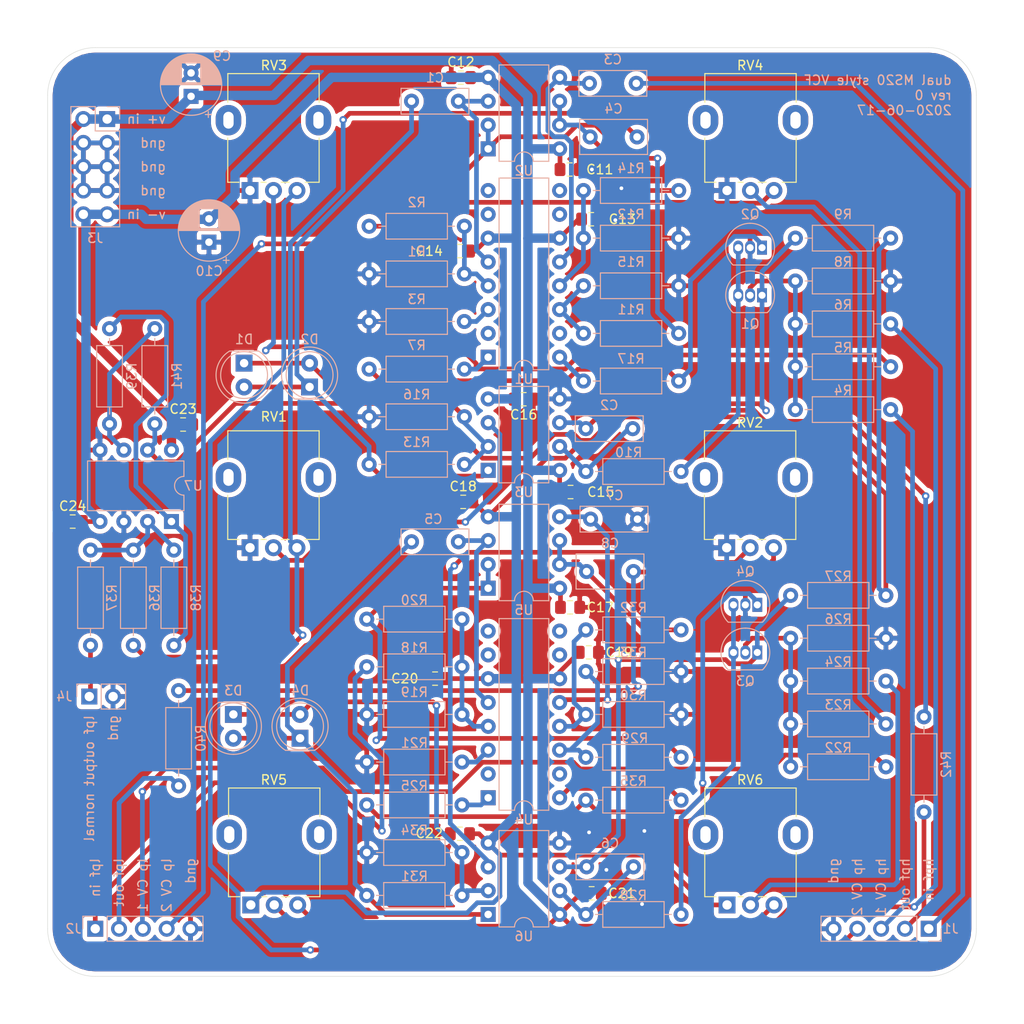
<source format=kicad_pcb>
(kicad_pcb (version 20171130) (host pcbnew 5.1.6-c6e7f7d~87~ubuntu18.04.1)
  (layers (0 F.Cu signal) (31 B.Cu signal) (34 B.Paste user) (35 F.Paste user) (36 B.SilkS user) (37 F.SilkS user) (38 B.Mask user) (39 F.Mask user) (44 Edge.Cuts user))
  (net 0 "")
  (net 1 "Net-(C1-Pad2)")
  (net 2 "Net-(C1-Pad1)")
  (net 3 "Net-(C2-Pad2)")
  (net 4 "Net-(C2-Pad1)")
  (net 5 /HPF/hpf_in)
  (net 6 "Net-(C3-Pad1)")
  (net 7 "Net-(C4-Pad2)")
  (net 8 /high_pass)
  (net 9 "Net-(C5-Pad2)")
  (net 10 "Net-(C5-Pad1)")
  (net 11 "Net-(C6-Pad2)")
  (net 12 "Net-(C6-Pad1)")
  (net 13 GND)
  (net 14 "Net-(C7-Pad1)")
  (net 15 "Net-(C8-Pad2)")
  (net 16 /LPF/lpf_out)
  (net 17 +12V)
  (net 18 -12V)
  (net 19 "Net-(D1-Pad1)")
  (net 20 "Net-(D3-Pad1)")
  (net 21 "Net-(J1-Pad4)")
  (net 22 /HPF/hpf_cv_in_1)
  (net 23 /summed_hp_lp)
  (net 24 "Net-(J2-Pad4)")
  (net 25 /LPF/lpf_cv_in_1)
  (net 26 /low_pass)
  (net 27 /LPF/lpf_in)
  (net 28 "Net-(Q1-Pad3)")
  (net 29 "Net-(Q1-Pad2)")
  (net 30 /HPF/i_out)
  (net 31 "Net-(Q3-Pad3)")
  (net 32 "Net-(Q3-Pad2)")
  (net 33 /LPF/i_out)
  (net 34 "Net-(R1-Pad1)")
  (net 35 "Net-(R11-Pad2)")
  (net 36 "Net-(R3-Pad1)")
  (net 37 /HPF/hpf_cv_in_2)
  (net 38 /HPF/hpf_cv_in_3)
  (net 39 "Net-(R7-Pad2)")
  (net 40 "Net-(R11-Pad1)")
  (net 41 "Net-(R12-Pad1)")
  (net 42 "Net-(R17-Pad2)")
  (net 43 "Net-(R18-Pad1)")
  (net 44 "Net-(R20-Pad1)")
  (net 45 "Net-(R21-Pad1)")
  (net 46 /LPF/lpf_cv_in_2)
  (net 47 /LPF/lpf_cv_in_3)
  (net 48 "Net-(R25-Pad2)")
  (net 49 "Net-(R29-Pad1)")
  (net 50 "Net-(R30-Pad1)")
  (net 51 "Net-(R35-Pad2)")
  (net 52 "Net-(R36-Pad1)")
  (net 53 "Net-(R38-Pad1)")
  (net 54 "Net-(R39-Pad1)")
  (net 55 "Net-(R41-Pad1)")
  (net 56 "Net-(RV1-Pad2)")
  (net 57 "Net-(RV2-Pad2)")
  (net 58 "Net-(U1-Pad8)")
  (net 59 "Net-(U1-Pad15)")
  (net 60 "Net-(U1-Pad7)")
  (net 61 "Net-(U1-Pad10)")
  (net 62 "Net-(U1-Pad2)")
  (net 63 "Net-(U1-Pad9)")
  (net 64 "Net-(U4-Pad8)")
  (net 65 "Net-(U4-Pad15)")
  (net 66 "Net-(U4-Pad7)")
  (net 67 "Net-(U4-Pad10)")
  (net 68 "Net-(U4-Pad2)")
  (net 69 "Net-(U4-Pad9)")
  (net 70 "Net-(J4-Pad1)")
  (module Connector_PinHeader_2.54mm:PinHeader_1x02_P2.54mm_Vertical (layer B.Cu) (at 106.045 120.015 270)
    (fp_text reference J4 (at 0 2.667 180) (layer B.SilkS) (effects (justify mirror)))
    (fp_text value lpf_output_normal)
    (pad 2 thru_hole oval (at 0 -2.54 270) (size 1.7 1.7) (drill 1) (layers *.Cu *.Mask) (net 13 GND))
    (pad 1 thru_hole rect (at 0 0 270) (size 1.7 1.7) (drill 1) (layers *.Cu *.Mask) (net 70 "Net-(J4-Pad1)"))
  )
  (module Connector_PinHeader_2.54mm:PinHeader_2x05_P2.54mm_Vertical (layer B.Cu) (at 107.95 58.42 180)
    (fp_text reference J3 (at 1.27 -12.7) (layer B.SilkS) (effects (justify mirror)))
    (fp_text value power_in)
    (pad 10 thru_hole oval (at 2.54 -10.16 180) (size 1.7 1.7) (drill 1) (layers *.Cu *.Mask) (net 18 -12V))
    (pad 9 thru_hole oval (at 0 -10.16 180) (size 1.7 1.7) (drill 1) (layers *.Cu *.Mask) (net 18 -12V))
    (pad 8 thru_hole oval (at 2.54 -7.62 180) (size 1.7 1.7) (drill 1) (layers *.Cu *.Mask) (net 13 GND))
    (pad 7 thru_hole oval (at 0 -7.62 180) (size 1.7 1.7) (drill 1) (layers *.Cu *.Mask) (net 13 GND))
    (pad 6 thru_hole oval (at 2.54 -5.08 180) (size 1.7 1.7) (drill 1) (layers *.Cu *.Mask) (net 13 GND))
    (pad 5 thru_hole oval (at 0 -5.08 180) (size 1.7 1.7) (drill 1) (layers *.Cu *.Mask) (net 13 GND))
    (pad 4 thru_hole oval (at 2.54 -2.54 180) (size 1.7 1.7) (drill 1) (layers *.Cu *.Mask) (net 13 GND))
    (pad 3 thru_hole oval (at 0 -2.54 180) (size 1.7 1.7) (drill 1) (layers *.Cu *.Mask) (net 13 GND))
    (pad 2 thru_hole oval (at 2.54 0 180) (size 1.7 1.7) (drill 1) (layers *.Cu *.Mask) (net 17 +12V))
    (pad 1 thru_hole rect (at 0 0 180) (size 1.7 1.7) (drill 1) (layers *.Cu *.Mask) (net 17 +12V))
  )
  (module Capacitor_SMD:C_0805_2012Metric_Pad1.15x1.40mm_HandSolder (layer F.Cu) (at 104.275 101.35)
    (fp_text reference C24 (at 0 -1.65) (layer F.SilkS))
    (fp_text value 100nF)
    (pad 2 smd roundrect (at 1.025 0) (size 1.15 1.4) (layers F.Cu F.Paste F.Mask) (roundrect_rratio 0.217391) (net 18 -12V))
    (pad 1 smd roundrect (at -1.025 0) (size 1.15 1.4) (layers F.Cu F.Paste F.Mask) (roundrect_rratio 0.217391) (net 13 GND))
  )
  (module Capacitor_SMD:C_0805_2012Metric_Pad1.15x1.40mm_HandSolder (layer F.Cu) (at 116.05 91)
    (fp_text reference C23 (at 0 -1.65) (layer F.SilkS))
    (fp_text value 100nF)
    (pad 2 smd roundrect (at 1.025 0) (size 1.15 1.4) (layers F.Cu F.Paste F.Mask) (roundrect_rratio 0.217391) (net 13 GND))
    (pad 1 smd roundrect (at -1.025 0) (size 1.15 1.4) (layers F.Cu F.Paste F.Mask) (roundrect_rratio 0.217391) (net 17 +12V))
  )
  (module Capacitor_SMD:C_0805_2012Metric_Pad1.15x1.40mm_HandSolder (layer F.Cu) (at 145.575 134.65)
    (fp_text reference C22 (at -3.275 -0.05) (layer F.SilkS))
    (fp_text value 100nF)
    (pad 2 smd roundrect (at 1.025 0) (size 1.15 1.4) (layers F.Cu F.Paste F.Mask) (roundrect_rratio 0.217391) (net 18 -12V))
    (pad 1 smd roundrect (at -1.025 0) (size 1.15 1.4) (layers F.Cu F.Paste F.Mask) (roundrect_rratio 0.217391) (net 13 GND))
  )
  (module Capacitor_SMD:C_0805_2012Metric_Pad1.15x1.40mm_HandSolder (layer F.Cu) (at 159.625 141)
    (fp_text reference C21 (at 3.225 0) (layer F.SilkS))
    (fp_text value 100nF)
    (pad 2 smd roundrect (at 1.025 0) (size 1.15 1.4) (layers F.Cu F.Paste F.Mask) (roundrect_rratio 0.217391) (net 13 GND))
    (pad 1 smd roundrect (at -1.025 0) (size 1.15 1.4) (layers F.Cu F.Paste F.Mask) (roundrect_rratio 0.217391) (net 17 +12V))
  )
  (module Capacitor_SMD:C_0805_2012Metric_Pad1.15x1.40mm_HandSolder (layer F.Cu) (at 142.925 118.1)
    (fp_text reference C20 (at -3.225 0) (layer F.SilkS))
    (fp_text value 100nF)
    (pad 2 smd roundrect (at 1.025 0) (size 1.15 1.4) (layers F.Cu F.Paste F.Mask) (roundrect_rratio 0.217391) (net 18 -12V))
    (pad 1 smd roundrect (at -1.025 0) (size 1.15 1.4) (layers F.Cu F.Paste F.Mask) (roundrect_rratio 0.217391) (net 13 GND))
  )
  (module Capacitor_SMD:C_0805_2012Metric_Pad1.15x1.40mm_HandSolder (layer F.Cu) (at 159.325 115.3)
    (fp_text reference C19 (at 3.225 0) (layer F.SilkS))
    (fp_text value 100nF)
    (pad 2 smd roundrect (at 1.025 0) (size 1.15 1.4) (layers F.Cu F.Paste F.Mask) (roundrect_rratio 0.217391) (net 13 GND))
    (pad 1 smd roundrect (at -1.025 0) (size 1.15 1.4) (layers F.Cu F.Paste F.Mask) (roundrect_rratio 0.217391) (net 17 +12V))
  )
  (module Capacitor_SMD:C_0805_2012Metric_Pad1.15x1.40mm_HandSolder (layer F.Cu) (at 145.925 99.25)
    (fp_text reference C18 (at 0 -1.65) (layer F.SilkS))
    (fp_text value 100nF)
    (pad 2 smd roundrect (at 1.025 0) (size 1.15 1.4) (layers F.Cu F.Paste F.Mask) (roundrect_rratio 0.217391) (net 18 -12V))
    (pad 1 smd roundrect (at -1.025 0) (size 1.15 1.4) (layers F.Cu F.Paste F.Mask) (roundrect_rratio 0.217391) (net 13 GND))
  )
  (module Capacitor_SMD:C_0805_2012Metric_Pad1.15x1.40mm_HandSolder (layer F.Cu) (at 157.325 110.5)
    (fp_text reference C17 (at 3.225 0) (layer F.SilkS))
    (fp_text value 100nF)
    (pad 2 smd roundrect (at 1.025 0) (size 1.15 1.4) (layers F.Cu F.Paste F.Mask) (roundrect_rratio 0.217391) (net 13 GND))
    (pad 1 smd roundrect (at -1.025 0) (size 1.15 1.4) (layers F.Cu F.Paste F.Mask) (roundrect_rratio 0.217391) (net 17 +12V))
  )
  (module Capacitor_SMD:C_0805_2012Metric_Pad1.15x1.40mm_HandSolder (layer F.Cu) (at 152.375 88.3 180)
    (fp_text reference C16 (at 0 -1.65) (layer F.SilkS))
    (fp_text value 100nF)
    (pad 2 smd roundrect (at 1.025 0 180) (size 1.15 1.4) (layers F.Cu F.Paste F.Mask) (roundrect_rratio 0.217391) (net 18 -12V))
    (pad 1 smd roundrect (at -1.025 0 180) (size 1.15 1.4) (layers F.Cu F.Paste F.Mask) (roundrect_rratio 0.217391) (net 13 GND))
  )
  (module Capacitor_SMD:C_0805_2012Metric_Pad1.15x1.40mm_HandSolder (layer F.Cu) (at 157.375 98.2)
    (fp_text reference C15 (at 3.225 0) (layer F.SilkS))
    (fp_text value 100nF)
    (pad 2 smd roundrect (at 1.025 0) (size 1.15 1.4) (layers F.Cu F.Paste F.Mask) (roundrect_rratio 0.217391) (net 13 GND))
    (pad 1 smd roundrect (at -1.025 0) (size 1.15 1.4) (layers F.Cu F.Paste F.Mask) (roundrect_rratio 0.217391) (net 17 +12V))
  )
  (module Capacitor_SMD:C_0805_2012Metric_Pad1.15x1.40mm_HandSolder (layer F.Cu) (at 145.575 72.5)
    (fp_text reference C14 (at -3.275 0) (layer F.SilkS))
    (fp_text value 100nF)
    (pad 2 smd roundrect (at 1.025 0) (size 1.15 1.4) (layers F.Cu F.Paste F.Mask) (roundrect_rratio 0.217391) (net 18 -12V))
    (pad 1 smd roundrect (at -1.025 0) (size 1.15 1.4) (layers F.Cu F.Paste F.Mask) (roundrect_rratio 0.217391) (net 13 GND))
  )
  (module Capacitor_SMD:C_0805_2012Metric_Pad1.15x1.40mm_HandSolder (layer F.Cu) (at 159.575 69.1)
    (fp_text reference C13 (at 3.325 0) (layer F.SilkS))
    (fp_text value 100nF)
    (pad 2 smd roundrect (at 1.025 0) (size 1.15 1.4) (layers F.Cu F.Paste F.Mask) (roundrect_rratio 0.217391) (net 13 GND))
    (pad 1 smd roundrect (at -1.025 0) (size 1.15 1.4) (layers F.Cu F.Paste F.Mask) (roundrect_rratio 0.217391) (net 17 +12V))
  )
  (module Capacitor_SMD:C_0805_2012Metric_Pad1.15x1.40mm_HandSolder (layer F.Cu) (at 145.675 54)
    (fp_text reference C12 (at 0 -1.65) (layer F.SilkS))
    (fp_text value 100nF)
    (pad 2 smd roundrect (at 1.025 0) (size 1.15 1.4) (layers F.Cu F.Paste F.Mask) (roundrect_rratio 0.217391) (net 18 -12V))
    (pad 1 smd roundrect (at -1.025 0) (size 1.15 1.4) (layers F.Cu F.Paste F.Mask) (roundrect_rratio 0.217391) (net 13 GND))
  )
  (module Capacitor_SMD:C_0805_2012Metric_Pad1.15x1.40mm_HandSolder (layer F.Cu) (at 157.275 63.8)
    (fp_text reference C11 (at 3.225 0) (layer F.SilkS))
    (fp_text value 100nF)
    (pad 2 smd roundrect (at 1.025 0) (size 1.15 1.4) (layers F.Cu F.Paste F.Mask) (roundrect_rratio 0.217391) (net 13 GND))
    (pad 1 smd roundrect (at -1.025 0) (size 1.15 1.4) (layers F.Cu F.Paste F.Mask) (roundrect_rratio 0.217391) (net 17 +12V))
  )
  (module Package_DIP:DIP-8_W7.62mm (layer B.Cu) (at 114.808 101.346 90)
    (fp_text reference U7 (at 3.81 2.33 180) (layer B.SilkS) (effects (justify mirror)))
    (fp_text value TL072)
    (pad 8 thru_hole oval (at 7.62 0 90) (size 1.6 1.6) (drill 0.8) (layers *.Cu *.Mask) (net 17 +12V))
    (pad 4 thru_hole oval (at 0 -7.62 90) (size 1.6 1.6) (drill 0.8) (layers *.Cu *.Mask) (net 18 -12V))
    (pad 7 thru_hole oval (at 7.62 -2.54 90) (size 1.6 1.6) (drill 0.8) (layers *.Cu *.Mask) (net 55 "Net-(R41-Pad1)"))
    (pad 3 thru_hole oval (at 0 -5.08 90) (size 1.6 1.6) (drill 0.8) (layers *.Cu *.Mask) (net 13 GND))
    (pad 6 thru_hole oval (at 7.62 -5.08 90) (size 1.6 1.6) (drill 0.8) (layers *.Cu *.Mask) (net 54 "Net-(R39-Pad1)"))
    (pad 2 thru_hole oval (at 0 -2.54 90) (size 1.6 1.6) (drill 0.8) (layers *.Cu *.Mask) (net 52 "Net-(R36-Pad1)"))
    (pad 5 thru_hole oval (at 7.62 -7.62 90) (size 1.6 1.6) (drill 0.8) (layers *.Cu *.Mask) (net 13 GND))
    (pad 1 thru_hole rect (at 0 0 90) (size 1.6 1.6) (drill 0.8) (layers *.Cu *.Mask) (net 53 "Net-(R38-Pad1)"))
  )
  (module Package_DIP:DIP-8_W7.62mm (layer B.Cu) (at 148.59 143.256)
    (fp_text reference U6 (at 3.81 2.33) (layer B.SilkS) (effects (justify mirror)))
    (fp_text value MC1458)
    (pad 8 thru_hole oval (at 7.62 0) (size 1.6 1.6) (drill 0.8) (layers *.Cu *.Mask) (net 17 +12V))
    (pad 4 thru_hole oval (at 0 -7.62) (size 1.6 1.6) (drill 0.8) (layers *.Cu *.Mask) (net 18 -12V))
    (pad 7 thru_hole oval (at 7.62 -2.54) (size 1.6 1.6) (drill 0.8) (layers *.Cu *.Mask) (net 12 "Net-(C6-Pad1)"))
    (pad 3 thru_hole oval (at 0 -5.08) (size 1.6 1.6) (drill 0.8) (layers *.Cu *.Mask) (net 57 "Net-(RV2-Pad2)"))
    (pad 6 thru_hole oval (at 7.62 -5.08) (size 1.6 1.6) (drill 0.8) (layers *.Cu *.Mask) (net 11 "Net-(C6-Pad2)"))
    (pad 2 thru_hole oval (at 0 -2.54) (size 1.6 1.6) (drill 0.8) (layers *.Cu *.Mask) (net 20 "Net-(D3-Pad1)"))
    (pad 5 thru_hole oval (at 7.62 -7.62) (size 1.6 1.6) (drill 0.8) (layers *.Cu *.Mask) (net 13 GND))
    (pad 1 thru_hole rect (at 0 0) (size 1.6 1.6) (drill 0.8) (layers *.Cu *.Mask) (net 9 "Net-(C5-Pad2)"))
  )
  (module Package_DIP:DIP-8_W7.62mm (layer B.Cu) (at 148.59 108.458)
    (fp_text reference U5 (at 3.81 2.33) (layer B.SilkS) (effects (justify mirror)))
    (fp_text value MC1458)
    (pad 8 thru_hole oval (at 7.62 0) (size 1.6 1.6) (drill 0.8) (layers *.Cu *.Mask) (net 17 +12V))
    (pad 4 thru_hole oval (at 0 -7.62) (size 1.6 1.6) (drill 0.8) (layers *.Cu *.Mask) (net 18 -12V))
    (pad 7 thru_hole oval (at 7.62 -2.54) (size 1.6 1.6) (drill 0.8) (layers *.Cu *.Mask) (net 15 "Net-(C8-Pad2)"))
    (pad 3 thru_hole oval (at 0 -5.08) (size 1.6 1.6) (drill 0.8) (layers *.Cu *.Mask) (net 10 "Net-(C5-Pad1)"))
    (pad 6 thru_hole oval (at 7.62 -5.08) (size 1.6 1.6) (drill 0.8) (layers *.Cu *.Mask) (net 15 "Net-(C8-Pad2)"))
    (pad 2 thru_hole oval (at 0 -2.54) (size 1.6 1.6) (drill 0.8) (layers *.Cu *.Mask) (net 44 "Net-(R20-Pad1)"))
    (pad 5 thru_hole oval (at 7.62 -7.62) (size 1.6 1.6) (drill 0.8) (layers *.Cu *.Mask) (net 14 "Net-(C7-Pad1)"))
    (pad 1 thru_hole rect (at 0 0) (size 1.6 1.6) (drill 0.8) (layers *.Cu *.Mask) (net 44 "Net-(R20-Pad1)"))
  )
  (module Package_DIP:DIP-16_W7.62mm (layer B.Cu) (at 148.59 130.81)
    (fp_text reference U4 (at 3.81 2.33) (layer B.SilkS) (effects (justify mirror)))
    (fp_text value LM13700)
    (pad 16 thru_hole oval (at 7.62 0) (size 1.6 1.6) (drill 0.8) (layers *.Cu *.Mask) (net 51 "Net-(R35-Pad2)"))
    (pad 8 thru_hole oval (at 0 -17.78) (size 1.6 1.6) (drill 0.8) (layers *.Cu *.Mask) (net 64 "Net-(U4-Pad8)"))
    (pad 15 thru_hole oval (at 7.62 -2.54) (size 1.6 1.6) (drill 0.8) (layers *.Cu *.Mask) (net 65 "Net-(U4-Pad15)"))
    (pad 7 thru_hole oval (at 0 -15.24) (size 1.6 1.6) (drill 0.8) (layers *.Cu *.Mask) (net 66 "Net-(U4-Pad7)"))
    (pad 14 thru_hole oval (at 7.62 -5.08) (size 1.6 1.6) (drill 0.8) (layers *.Cu *.Mask) (net 49 "Net-(R29-Pad1)"))
    (pad 6 thru_hole oval (at 0 -12.7) (size 1.6 1.6) (drill 0.8) (layers *.Cu *.Mask) (net 18 -12V))
    (pad 13 thru_hole oval (at 7.62 -7.62) (size 1.6 1.6) (drill 0.8) (layers *.Cu *.Mask) (net 50 "Net-(R30-Pad1)"))
    (pad 5 thru_hole oval (at 0 -10.16) (size 1.6 1.6) (drill 0.8) (layers *.Cu *.Mask) (net 10 "Net-(C5-Pad1)"))
    (pad 12 thru_hole oval (at 7.62 -10.16) (size 1.6 1.6) (drill 0.8) (layers *.Cu *.Mask) (net 14 "Net-(C7-Pad1)"))
    (pad 4 thru_hole oval (at 0 -7.62) (size 1.6 1.6) (drill 0.8) (layers *.Cu *.Mask) (net 43 "Net-(R18-Pad1)"))
    (pad 11 thru_hole oval (at 7.62 -12.7) (size 1.6 1.6) (drill 0.8) (layers *.Cu *.Mask) (net 17 +12V))
    (pad 3 thru_hole oval (at 0 -5.08) (size 1.6 1.6) (drill 0.8) (layers *.Cu *.Mask) (net 45 "Net-(R21-Pad1)"))
    (pad 10 thru_hole oval (at 7.62 -15.24) (size 1.6 1.6) (drill 0.8) (layers *.Cu *.Mask) (net 67 "Net-(U4-Pad10)"))
    (pad 2 thru_hole oval (at 0 -2.54) (size 1.6 1.6) (drill 0.8) (layers *.Cu *.Mask) (net 68 "Net-(U4-Pad2)"))
    (pad 9 thru_hole oval (at 7.62 -17.78) (size 1.6 1.6) (drill 0.8) (layers *.Cu *.Mask) (net 69 "Net-(U4-Pad9)"))
    (pad 1 thru_hole rect (at 0 0) (size 1.6 1.6) (drill 0.8) (layers *.Cu *.Mask) (net 48 "Net-(R25-Pad2)"))
  )
  (module Package_DIP:DIP-8_W7.62mm (layer B.Cu) (at 148.59 95.885)
    (fp_text reference U3 (at 3.81 2.33) (layer B.SilkS) (effects (justify mirror)))
    (fp_text value MC1458)
    (pad 8 thru_hole oval (at 7.62 0) (size 1.6 1.6) (drill 0.8) (layers *.Cu *.Mask) (net 17 +12V))
    (pad 4 thru_hole oval (at 0 -7.62) (size 1.6 1.6) (drill 0.8) (layers *.Cu *.Mask) (net 18 -12V))
    (pad 7 thru_hole oval (at 7.62 -2.54) (size 1.6 1.6) (drill 0.8) (layers *.Cu *.Mask) (net 4 "Net-(C2-Pad1)"))
    (pad 3 thru_hole oval (at 0 -5.08) (size 1.6 1.6) (drill 0.8) (layers *.Cu *.Mask) (net 56 "Net-(RV1-Pad2)"))
    (pad 6 thru_hole oval (at 7.62 -5.08) (size 1.6 1.6) (drill 0.8) (layers *.Cu *.Mask) (net 3 "Net-(C2-Pad2)"))
    (pad 2 thru_hole oval (at 0 -2.54) (size 1.6 1.6) (drill 0.8) (layers *.Cu *.Mask) (net 19 "Net-(D1-Pad1)"))
    (pad 5 thru_hole oval (at 7.62 -7.62) (size 1.6 1.6) (drill 0.8) (layers *.Cu *.Mask) (net 13 GND))
    (pad 1 thru_hole rect (at 0 0) (size 1.6 1.6) (drill 0.8) (layers *.Cu *.Mask) (net 1 "Net-(C1-Pad2)"))
  )
  (module Package_DIP:DIP-8_W7.62mm (layer B.Cu) (at 148.59 61.595)
    (fp_text reference U2 (at 3.81 2.33) (layer B.SilkS) (effects (justify mirror)))
    (fp_text value MC1458)
    (pad 8 thru_hole oval (at 7.62 0) (size 1.6 1.6) (drill 0.8) (layers *.Cu *.Mask) (net 17 +12V))
    (pad 4 thru_hole oval (at 0 -7.62) (size 1.6 1.6) (drill 0.8) (layers *.Cu *.Mask) (net 18 -12V))
    (pad 7 thru_hole oval (at 7.62 -2.54) (size 1.6 1.6) (drill 0.8) (layers *.Cu *.Mask) (net 7 "Net-(C4-Pad2)"))
    (pad 3 thru_hole oval (at 0 -5.08) (size 1.6 1.6) (drill 0.8) (layers *.Cu *.Mask) (net 2 "Net-(C1-Pad1)"))
    (pad 6 thru_hole oval (at 7.62 -5.08) (size 1.6 1.6) (drill 0.8) (layers *.Cu *.Mask) (net 7 "Net-(C4-Pad2)"))
    (pad 2 thru_hole oval (at 0 -2.54) (size 1.6 1.6) (drill 0.8) (layers *.Cu *.Mask) (net 35 "Net-(R11-Pad2)"))
    (pad 5 thru_hole oval (at 7.62 -7.62) (size 1.6 1.6) (drill 0.8) (layers *.Cu *.Mask) (net 6 "Net-(C3-Pad1)"))
    (pad 1 thru_hole rect (at 0 0) (size 1.6 1.6) (drill 0.8) (layers *.Cu *.Mask) (net 35 "Net-(R11-Pad2)"))
  )
  (module Package_DIP:DIP-16_W7.62mm (layer B.Cu) (at 148.59 83.82)
    (fp_text reference U1 (at 3.81 2.33) (layer B.SilkS) (effects (justify mirror)))
    (fp_text value LM13700)
    (pad 16 thru_hole oval (at 7.62 0) (size 1.6 1.6) (drill 0.8) (layers *.Cu *.Mask) (net 42 "Net-(R17-Pad2)"))
    (pad 8 thru_hole oval (at 0 -17.78) (size 1.6 1.6) (drill 0.8) (layers *.Cu *.Mask) (net 58 "Net-(U1-Pad8)"))
    (pad 15 thru_hole oval (at 7.62 -2.54) (size 1.6 1.6) (drill 0.8) (layers *.Cu *.Mask) (net 59 "Net-(U1-Pad15)"))
    (pad 7 thru_hole oval (at 0 -15.24) (size 1.6 1.6) (drill 0.8) (layers *.Cu *.Mask) (net 60 "Net-(U1-Pad7)"))
    (pad 14 thru_hole oval (at 7.62 -5.08) (size 1.6 1.6) (drill 0.8) (layers *.Cu *.Mask) (net 40 "Net-(R11-Pad1)"))
    (pad 6 thru_hole oval (at 0 -12.7) (size 1.6 1.6) (drill 0.8) (layers *.Cu *.Mask) (net 18 -12V))
    (pad 13 thru_hole oval (at 7.62 -7.62) (size 1.6 1.6) (drill 0.8) (layers *.Cu *.Mask) (net 41 "Net-(R12-Pad1)"))
    (pad 5 thru_hole oval (at 0 -10.16) (size 1.6 1.6) (drill 0.8) (layers *.Cu *.Mask) (net 2 "Net-(C1-Pad1)"))
    (pad 12 thru_hole oval (at 7.62 -10.16) (size 1.6 1.6) (drill 0.8) (layers *.Cu *.Mask) (net 6 "Net-(C3-Pad1)"))
    (pad 4 thru_hole oval (at 0 -7.62) (size 1.6 1.6) (drill 0.8) (layers *.Cu *.Mask) (net 34 "Net-(R1-Pad1)"))
    (pad 11 thru_hole oval (at 7.62 -12.7) (size 1.6 1.6) (drill 0.8) (layers *.Cu *.Mask) (net 17 +12V))
    (pad 3 thru_hole oval (at 0 -5.08) (size 1.6 1.6) (drill 0.8) (layers *.Cu *.Mask) (net 36 "Net-(R3-Pad1)"))
    (pad 10 thru_hole oval (at 7.62 -15.24) (size 1.6 1.6) (drill 0.8) (layers *.Cu *.Mask) (net 61 "Net-(U1-Pad10)"))
    (pad 2 thru_hole oval (at 0 -2.54) (size 1.6 1.6) (drill 0.8) (layers *.Cu *.Mask) (net 62 "Net-(U1-Pad2)"))
    (pad 9 thru_hole oval (at 7.62 -17.78) (size 1.6 1.6) (drill 0.8) (layers *.Cu *.Mask) (net 63 "Net-(U1-Pad9)"))
    (pad 1 thru_hole rect (at 0 0) (size 1.6 1.6) (drill 0.8) (layers *.Cu *.Mask) (net 39 "Net-(R7-Pad2)"))
  )
  (module Potentiometer_THT:Potentiometer_Alpha_RD901F-40-00D_Single_Vertical (layer F.Cu) (at 174.07 142.24 90)
    (fp_text reference RV6 (at 13.335 2.46) (layer F.SilkS))
    (fp_text value 100k)
    (pad "" thru_hole oval (at 7.5 -2.3 180) (size 2.72 3.24) (drill oval 1.1 1.8) (layers *.Cu *.Mask))
    (pad "" thru_hole oval (at 7.5 7.3 180) (size 2.72 3.24) (drill oval 1.1 1.8) (layers *.Cu *.Mask))
    (pad 3 thru_hole circle (at 0 5 180) (size 1.8 1.8) (drill 1) (layers *.Cu *.Mask) (net 17 +12V))
    (pad 2 thru_hole circle (at 0 2.5 180) (size 1.8 1.8) (drill 1) (layers *.Cu *.Mask) (net 47 /LPF/lpf_cv_in_3))
    (pad 1 thru_hole rect (at 0 0 180) (size 1.8 1.8) (drill 1) (layers *.Cu *.Mask) (net 18 -12V))
  )
  (module Potentiometer_THT:Potentiometer_Alpha_RD901F-40-00D_Single_Vertical (layer F.Cu) (at 123.27 142.24 90)
    (fp_text reference RV5 (at 13.335 2.46) (layer F.SilkS))
    (fp_text value 100k)
    (pad "" thru_hole oval (at 7.5 -2.3 180) (size 2.72 3.24) (drill oval 1.1 1.8) (layers *.Cu *.Mask))
    (pad "" thru_hole oval (at 7.5 7.3 180) (size 2.72 3.24) (drill oval 1.1 1.8) (layers *.Cu *.Mask))
    (pad 3 thru_hole circle (at 0 5 180) (size 1.8 1.8) (drill 1) (layers *.Cu *.Mask) (net 17 +12V))
    (pad 2 thru_hole circle (at 0 2.5 180) (size 1.8 1.8) (drill 1) (layers *.Cu *.Mask) (net 38 /HPF/hpf_cv_in_3))
    (pad 1 thru_hole rect (at 0 0 180) (size 1.8 1.8) (drill 1) (layers *.Cu *.Mask) (net 18 -12V))
  )
  (module Potentiometer_THT:Potentiometer_Alpha_RD901F-40-00D_Single_Vertical (layer F.Cu) (at 174.07 66.04 90)
    (fp_text reference RV4 (at 13.335 2.46) (layer F.SilkS))
    (fp_text value 100k)
    (pad "" thru_hole oval (at 7.5 -2.3 180) (size 2.72 3.24) (drill oval 1.1 1.8) (layers *.Cu *.Mask))
    (pad "" thru_hole oval (at 7.5 7.3 180) (size 2.72 3.24) (drill oval 1.1 1.8) (layers *.Cu *.Mask))
    (pad 3 thru_hole circle (at 0 5 180) (size 1.8 1.8) (drill 1) (layers *.Cu *.Mask) (net 24 "Net-(J2-Pad4)"))
    (pad 2 thru_hole circle (at 0 2.5 180) (size 1.8 1.8) (drill 1) (layers *.Cu *.Mask) (net 46 /LPF/lpf_cv_in_2))
    (pad 1 thru_hole rect (at 0 0 180) (size 1.8 1.8) (drill 1) (layers *.Cu *.Mask) (net 13 GND))
  )
  (module Potentiometer_THT:Potentiometer_Alpha_RD901F-40-00D_Single_Vertical (layer F.Cu) (at 123.19 66.04 90)
    (fp_text reference RV3 (at 13.335 2.54) (layer F.SilkS))
    (fp_text value 100k)
    (pad "" thru_hole oval (at 7.5 -2.3 180) (size 2.72 3.24) (drill oval 1.1 1.8) (layers *.Cu *.Mask))
    (pad "" thru_hole oval (at 7.5 7.3 180) (size 2.72 3.24) (drill oval 1.1 1.8) (layers *.Cu *.Mask))
    (pad 3 thru_hole circle (at 0 5 180) (size 1.8 1.8) (drill 1) (layers *.Cu *.Mask) (net 21 "Net-(J1-Pad4)"))
    (pad 2 thru_hole circle (at 0 2.5 180) (size 1.8 1.8) (drill 1) (layers *.Cu *.Mask) (net 37 /HPF/hpf_cv_in_2))
    (pad 1 thru_hole rect (at 0 0 180) (size 1.8 1.8) (drill 1) (layers *.Cu *.Mask) (net 13 GND))
  )
  (module Potentiometer_THT:Potentiometer_Alpha_RD901F-40-00D_Single_Vertical (layer F.Cu) (at 174.03 104.14 90)
    (fp_text reference RV2 (at 13.335 2.5) (layer F.SilkS))
    (fp_text value 100k)
    (pad "" thru_hole oval (at 7.5 -2.3 180) (size 2.72 3.24) (drill oval 1.1 1.8) (layers *.Cu *.Mask))
    (pad "" thru_hole oval (at 7.5 7.3 180) (size 2.72 3.24) (drill oval 1.1 1.8) (layers *.Cu *.Mask))
    (pad 3 thru_hole circle (at 0 5 180) (size 1.8 1.8) (drill 1) (layers *.Cu *.Mask) (net 16 /LPF/lpf_out))
    (pad 2 thru_hole circle (at 0 2.5 180) (size 1.8 1.8) (drill 1) (layers *.Cu *.Mask) (net 57 "Net-(RV2-Pad2)"))
    (pad 1 thru_hole rect (at 0 0 180) (size 1.8 1.8) (drill 1) (layers *.Cu *.Mask) (net 13 GND))
  )
  (module Potentiometer_THT:Potentiometer_Alpha_RD901F-40-00D_Single_Vertical (layer F.Cu) (at 123.19 104.14 90)
    (fp_text reference RV1 (at 13.97 2.54) (layer F.SilkS))
    (fp_text value 100k)
    (pad "" thru_hole oval (at 7.5 -2.3 180) (size 2.72 3.24) (drill oval 1.1 1.8) (layers *.Cu *.Mask))
    (pad "" thru_hole oval (at 7.5 7.3 180) (size 2.72 3.24) (drill oval 1.1 1.8) (layers *.Cu *.Mask))
    (pad 3 thru_hole circle (at 0 5 180) (size 1.8 1.8) (drill 1) (layers *.Cu *.Mask) (net 8 /high_pass))
    (pad 2 thru_hole circle (at 0 2.5 180) (size 1.8 1.8) (drill 1) (layers *.Cu *.Mask) (net 56 "Net-(RV1-Pad2)"))
    (pad 1 thru_hole rect (at 0 0 180) (size 1.8 1.8) (drill 1) (layers *.Cu *.Mask) (net 13 GND))
  )
  (module Resistor_THT:R_Axial_DIN0207_L6.3mm_D2.5mm_P10.16mm_Horizontal (layer B.Cu) (at 195.072 132.334 90)
    (fp_text reference R42 (at 5.08 2.37 90) (layer B.SilkS) (effects (justify mirror)))
    (fp_text value 1k)
    (pad 2 thru_hole oval (at 10.16 0 90) (size 1.6 1.6) (drill 0.8) (layers *.Cu *.Mask) (net 55 "Net-(R41-Pad1)"))
    (pad 1 thru_hole circle (at 0 0 90) (size 1.6 1.6) (drill 0.8) (layers *.Cu *.Mask) (net 23 /summed_hp_lp))
  )
  (module Resistor_THT:R_Axial_DIN0207_L6.3mm_D2.5mm_P10.16mm_Horizontal (layer B.Cu) (at 113.03 90.932 90)
    (fp_text reference R41 (at 5.08 2.37 90) (layer B.SilkS) (effects (justify mirror)))
    (fp_text value 100k)
    (pad 2 thru_hole oval (at 10.16 0 90) (size 1.6 1.6) (drill 0.8) (layers *.Cu *.Mask) (net 54 "Net-(R39-Pad1)"))
    (pad 1 thru_hole circle (at 0 0 90) (size 1.6 1.6) (drill 0.8) (layers *.Cu *.Mask) (net 55 "Net-(R41-Pad1)"))
  )
  (module Resistor_THT:R_Axial_DIN0207_L6.3mm_D2.5mm_P10.16mm_Horizontal (layer B.Cu) (at 115.57 129.54 90)
    (fp_text reference R40 (at 5.08 2.37 90) (layer B.SilkS) (effects (justify mirror)))
    (fp_text value 1k)
    (pad 2 thru_hole oval (at 10.16 0 90) (size 1.6 1.6) (drill 0.8) (layers *.Cu *.Mask) (net 16 /LPF/lpf_out))
    (pad 1 thru_hole circle (at 0 0 90) (size 1.6 1.6) (drill 0.8) (layers *.Cu *.Mask) (net 26 /low_pass))
  )
  (module Resistor_THT:R_Axial_DIN0207_L6.3mm_D2.5mm_P10.16mm_Horizontal (layer B.Cu) (at 108.204 90.932 90)
    (fp_text reference R39 (at 5.08 2.37 90) (layer B.SilkS) (effects (justify mirror)))
    (fp_text value 100k)
    (pad 2 thru_hole oval (at 10.16 0 90) (size 1.6 1.6) (drill 0.8) (layers *.Cu *.Mask) (net 53 "Net-(R38-Pad1)"))
    (pad 1 thru_hole circle (at 0 0 90) (size 1.6 1.6) (drill 0.8) (layers *.Cu *.Mask) (net 54 "Net-(R39-Pad1)"))
  )
  (module Resistor_THT:R_Axial_DIN0207_L6.3mm_D2.5mm_P10.16mm_Horizontal (layer B.Cu) (at 115.062 114.554 90)
    (fp_text reference R38 (at 5.08 2.37 90) (layer B.SilkS) (effects (justify mirror)))
    (fp_text value 100k)
    (pad 2 thru_hole oval (at 10.16 0 90) (size 1.6 1.6) (drill 0.8) (layers *.Cu *.Mask) (net 52 "Net-(R36-Pad1)"))
    (pad 1 thru_hole circle (at 0 0 90) (size 1.6 1.6) (drill 0.8) (layers *.Cu *.Mask) (net 53 "Net-(R38-Pad1)"))
  )
  (module Resistor_THT:R_Axial_DIN0207_L6.3mm_D2.5mm_P10.16mm_Horizontal (layer B.Cu) (at 106.172 104.394 270)
    (fp_text reference R37 (at 5.08 -2.286 90) (layer B.SilkS) (effects (justify mirror)))
    (fp_text value 100k)
    (pad 2 thru_hole oval (at 10.16 0 270) (size 1.6 1.6) (drill 0.8) (layers *.Cu *.Mask) (net 70 "Net-(J4-Pad1)"))
    (pad 1 thru_hole circle (at 0 0 270) (size 1.6 1.6) (drill 0.8) (layers *.Cu *.Mask) (net 52 "Net-(R36-Pad1)"))
  )
  (module Resistor_THT:R_Axial_DIN0207_L6.3mm_D2.5mm_P10.16mm_Horizontal (layer B.Cu) (at 110.744 104.394 270)
    (fp_text reference R36 (at 5.08 -2.286 90) (layer B.SilkS) (effects (justify mirror)))
    (fp_text value 100k)
    (pad 2 thru_hole oval (at 10.16 0 270) (size 1.6 1.6) (drill 0.8) (layers *.Cu *.Mask) (net 8 /high_pass))
    (pad 1 thru_hole circle (at 0 0 270) (size 1.6 1.6) (drill 0.8) (layers *.Cu *.Mask) (net 52 "Net-(R36-Pad1)"))
  )
  (module Resistor_THT:R_Axial_DIN0207_L6.3mm_D2.5mm_P10.16mm_Horizontal (layer B.Cu) (at 159.004 131.064)
    (fp_text reference R35 (at 5.08 -2.032) (layer B.SilkS) (effects (justify mirror)))
    (fp_text value 10k)
    (pad 2 thru_hole oval (at 10.16 0) (size 1.6 1.6) (drill 0.8) (layers *.Cu *.Mask) (net 51 "Net-(R35-Pad2)"))
    (pad 1 thru_hole circle (at 0 0) (size 1.6 1.6) (drill 0.8) (layers *.Cu *.Mask) (net 33 /LPF/i_out))
  )
  (module Resistor_THT:R_Axial_DIN0207_L6.3mm_D2.5mm_P10.16mm_Horizontal (layer B.Cu) (at 145.796 136.652 180)
    (fp_text reference R34 (at 5.08 2.37) (layer B.SilkS) (effects (justify mirror)))
    (fp_text value 1k8)
    (pad 2 thru_hole oval (at 10.16 0 180) (size 1.6 1.6) (drill 0.8) (layers *.Cu *.Mask) (net 13 GND))
    (pad 1 thru_hole circle (at 0 0 180) (size 1.6 1.6) (drill 0.8) (layers *.Cu *.Mask) (net 20 "Net-(D3-Pad1)"))
  )
  (module Resistor_THT:R_Axial_DIN0207_L6.3mm_D2.5mm_P10.16mm_Horizontal (layer B.Cu) (at 159.004 117.348)
    (fp_text reference R33 (at 5.08 -2.032) (layer B.SilkS) (effects (justify mirror)))
    (fp_text value 220)
    (pad 2 thru_hole oval (at 10.16 0) (size 1.6 1.6) (drill 0.8) (layers *.Cu *.Mask) (net 13 GND))
    (pad 1 thru_hole circle (at 0 0) (size 1.6 1.6) (drill 0.8) (layers *.Cu *.Mask) (net 49 "Net-(R29-Pad1)"))
  )
  (module Resistor_THT:R_Axial_DIN0207_L6.3mm_D2.5mm_P10.16mm_Horizontal (layer B.Cu) (at 169.164 112.903 180)
    (fp_text reference R32 (at 5.08 2.37) (layer B.SilkS) (effects (justify mirror)))
    (fp_text value 10k)
    (pad 2 thru_hole oval (at 10.16 0 180) (size 1.6 1.6) (drill 0.8) (layers *.Cu *.Mask) (net 50 "Net-(R30-Pad1)"))
    (pad 1 thru_hole circle (at 0 0 180) (size 1.6 1.6) (drill 0.8) (layers *.Cu *.Mask) (net 15 "Net-(C8-Pad2)"))
  )
  (module Resistor_THT:R_Axial_DIN0207_L6.3mm_D2.5mm_P10.16mm_Horizontal (layer B.Cu) (at 145.796 141.224 180)
    (fp_text reference R31 (at 5.08 2.032) (layer B.SilkS) (effects (justify mirror)))
    (fp_text value 10k)
    (pad 2 thru_hole oval (at 10.16 0 180) (size 1.6 1.6) (drill 0.8) (layers *.Cu *.Mask) (net 9 "Net-(C5-Pad2)"))
    (pad 1 thru_hole circle (at 0 0 180) (size 1.6 1.6) (drill 0.8) (layers *.Cu *.Mask) (net 20 "Net-(D3-Pad1)"))
  )
  (module Resistor_THT:R_Axial_DIN0207_L6.3mm_D2.5mm_P10.16mm_Horizontal (layer B.Cu) (at 159.004 121.92)
    (fp_text reference R30 (at 5.08 -2.032) (layer B.SilkS) (effects (justify mirror)))
    (fp_text value 220)
    (pad 2 thru_hole oval (at 10.16 0) (size 1.6 1.6) (drill 0.8) (layers *.Cu *.Mask) (net 13 GND))
    (pad 1 thru_hole circle (at 0 0) (size 1.6 1.6) (drill 0.8) (layers *.Cu *.Mask) (net 50 "Net-(R30-Pad1)"))
  )
  (module Resistor_THT:R_Axial_DIN0207_L6.3mm_D2.5mm_P10.16mm_Horizontal (layer B.Cu) (at 159.004 126.492)
    (fp_text reference R29 (at 5.207 -2.032) (layer B.SilkS) (effects (justify mirror)))
    (fp_text value 10k)
    (pad 2 thru_hole oval (at 10.16 0) (size 1.6 1.6) (drill 0.8) (layers *.Cu *.Mask) (net 44 "Net-(R20-Pad1)"))
    (pad 1 thru_hole circle (at 0 0) (size 1.6 1.6) (drill 0.8) (layers *.Cu *.Mask) (net 49 "Net-(R29-Pad1)"))
  )
  (module Resistor_THT:R_Axial_DIN0207_L6.3mm_D2.5mm_P10.16mm_Horizontal (layer B.Cu) (at 159.004 143.256)
    (fp_text reference R28 (at 5.08 -2.032) (layer B.SilkS) (effects (justify mirror)))
    (fp_text value 4k7)
    (pad 2 thru_hole oval (at 10.16 0) (size 1.6 1.6) (drill 0.8) (layers *.Cu *.Mask) (net 31 "Net-(Q3-Pad3)"))
    (pad 1 thru_hole circle (at 0 0) (size 1.6 1.6) (drill 0.8) (layers *.Cu *.Mask) (net 12 "Net-(C6-Pad1)"))
  )
  (module Resistor_THT:R_Axial_DIN0207_L6.3mm_D2.5mm_P10.16mm_Horizontal (layer B.Cu) (at 180.848 109.22)
    (fp_text reference R27 (at 5.08 -2.032) (layer B.SilkS) (effects (justify mirror)))
    (fp_text value 470k)
    (pad 2 thru_hole oval (at 10.16 0) (size 1.6 1.6) (drill 0.8) (layers *.Cu *.Mask) (net 18 -12V))
    (pad 1 thru_hole circle (at 0 0) (size 1.6 1.6) (drill 0.8) (layers *.Cu *.Mask) (net 11 "Net-(C6-Pad2)"))
  )
  (module Resistor_THT:R_Axial_DIN0207_L6.3mm_D2.5mm_P10.16mm_Horizontal (layer B.Cu) (at 180.848 113.792)
    (fp_text reference R26 (at 5.08 -2.032) (layer B.SilkS) (effects (justify mirror)))
    (fp_text value 1k8)
    (pad 2 thru_hole oval (at 10.16 0) (size 1.6 1.6) (drill 0.8) (layers *.Cu *.Mask) (net 13 GND))
    (pad 1 thru_hole circle (at 0 0) (size 1.6 1.6) (drill 0.8) (layers *.Cu *.Mask) (net 32 "Net-(Q3-Pad2)"))
  )
  (module Resistor_THT:R_Axial_DIN0207_L6.3mm_D2.5mm_P10.16mm_Horizontal (layer B.Cu) (at 135.636 131.572)
    (fp_text reference R25 (at 5.08 -2.032) (layer B.SilkS) (effects (justify mirror)))
    (fp_text value 10k)
    (pad 2 thru_hole oval (at 10.16 0) (size 1.6 1.6) (drill 0.8) (layers *.Cu *.Mask) (net 48 "Net-(R25-Pad2)"))
    (pad 1 thru_hole circle (at 0 0) (size 1.6 1.6) (drill 0.8) (layers *.Cu *.Mask) (net 33 /LPF/i_out))
  )
  (module Resistor_THT:R_Axial_DIN0207_L6.3mm_D2.5mm_P10.16mm_Horizontal (layer B.Cu) (at 180.848 118.364)
    (fp_text reference R24 (at 5.08 -2.032) (layer B.SilkS) (effects (justify mirror)))
    (fp_text value 240k)
    (pad 2 thru_hole oval (at 10.16 0) (size 1.6 1.6) (drill 0.8) (layers *.Cu *.Mask) (net 47 /LPF/lpf_cv_in_3))
    (pad 1 thru_hole circle (at 0 0) (size 1.6 1.6) (drill 0.8) (layers *.Cu *.Mask) (net 32 "Net-(Q3-Pad2)"))
  )
  (module Resistor_THT:R_Axial_DIN0207_L6.3mm_D2.5mm_P10.16mm_Horizontal (layer B.Cu) (at 180.848 122.936)
    (fp_text reference R23 (at 5.08 -2.032) (layer B.SilkS) (effects (justify mirror)))
    (fp_text value 100k)
    (pad 2 thru_hole oval (at 10.16 0) (size 1.6 1.6) (drill 0.8) (layers *.Cu *.Mask) (net 46 /LPF/lpf_cv_in_2))
    (pad 1 thru_hole circle (at 0 0) (size 1.6 1.6) (drill 0.8) (layers *.Cu *.Mask) (net 32 "Net-(Q3-Pad2)"))
  )
  (module Resistor_THT:R_Axial_DIN0207_L6.3mm_D2.5mm_P10.16mm_Horizontal (layer B.Cu) (at 180.848 127.508)
    (fp_text reference R22 (at 5.08 -2.032) (layer B.SilkS) (effects (justify mirror)))
    (fp_text value 100k)
    (pad 2 thru_hole oval (at 10.16 0) (size 1.6 1.6) (drill 0.8) (layers *.Cu *.Mask) (net 25 /LPF/lpf_cv_in_1))
    (pad 1 thru_hole circle (at 0 0) (size 1.6 1.6) (drill 0.8) (layers *.Cu *.Mask) (net 32 "Net-(Q3-Pad2)"))
  )
  (module Resistor_THT:R_Axial_DIN0207_L6.3mm_D2.5mm_P10.16mm_Horizontal (layer B.Cu) (at 145.796 127 180)
    (fp_text reference R21 (at 5.08 2.032) (layer B.SilkS) (effects (justify mirror)))
    (fp_text value 220)
    (pad 2 thru_hole oval (at 10.16 0 180) (size 1.6 1.6) (drill 0.8) (layers *.Cu *.Mask) (net 13 GND))
    (pad 1 thru_hole circle (at 0 0 180) (size 1.6 1.6) (drill 0.8) (layers *.Cu *.Mask) (net 45 "Net-(R21-Pad1)"))
  )
  (module Resistor_THT:R_Axial_DIN0207_L6.3mm_D2.5mm_P10.16mm_Horizontal (layer B.Cu) (at 135.636 111.76)
    (fp_text reference R20 (at 5.08 -2.032) (layer B.SilkS) (effects (justify mirror)))
    (fp_text value 10k)
    (pad 2 thru_hole oval (at 10.16 0) (size 1.6 1.6) (drill 0.8) (layers *.Cu *.Mask) (net 43 "Net-(R18-Pad1)"))
    (pad 1 thru_hole circle (at 0 0) (size 1.6 1.6) (drill 0.8) (layers *.Cu *.Mask) (net 44 "Net-(R20-Pad1)"))
  )
  (module Resistor_THT:R_Axial_DIN0207_L6.3mm_D2.5mm_P10.16mm_Horizontal (layer B.Cu) (at 145.796 121.92 180)
    (fp_text reference R19 (at 5.08 2.37) (layer B.SilkS) (effects (justify mirror)))
    (fp_text value 220)
    (pad 2 thru_hole oval (at 10.16 0 180) (size 1.6 1.6) (drill 0.8) (layers *.Cu *.Mask) (net 13 GND))
    (pad 1 thru_hole circle (at 0 0 180) (size 1.6 1.6) (drill 0.8) (layers *.Cu *.Mask) (net 43 "Net-(R18-Pad1)"))
  )
  (module Resistor_THT:R_Axial_DIN0207_L6.3mm_D2.5mm_P10.16mm_Horizontal (layer B.Cu) (at 145.796 116.84 180)
    (fp_text reference R18 (at 5.08 2.032) (layer B.SilkS) (effects (justify mirror)))
    (fp_text value 10k)
    (pad 2 thru_hole oval (at 10.16 0 180) (size 1.6 1.6) (drill 0.8) (layers *.Cu *.Mask) (net 27 /LPF/lpf_in))
    (pad 1 thru_hole circle (at 0 0 180) (size 1.6 1.6) (drill 0.8) (layers *.Cu *.Mask) (net 43 "Net-(R18-Pad1)"))
  )
  (module Resistor_THT:R_Axial_DIN0207_L6.3mm_D2.5mm_P10.16mm_Horizontal (layer B.Cu) (at 168.91 86.36 180)
    (fp_text reference R17 (at 5.08 2.37) (layer B.SilkS) (effects (justify mirror)))
    (fp_text value 10k)
    (pad 2 thru_hole oval (at 10.16 0 180) (size 1.6 1.6) (drill 0.8) (layers *.Cu *.Mask) (net 42 "Net-(R17-Pad2)"))
    (pad 1 thru_hole circle (at 0 0 180) (size 1.6 1.6) (drill 0.8) (layers *.Cu *.Mask) (net 30 /HPF/i_out))
  )
  (module Resistor_THT:R_Axial_DIN0207_L6.3mm_D2.5mm_P10.16mm_Horizontal (layer B.Cu) (at 146.05 90.17 180)
    (fp_text reference R16 (at 5.08 2.37) (layer B.SilkS) (effects (justify mirror)))
    (fp_text value 1k8)
    (pad 2 thru_hole oval (at 10.16 0 180) (size 1.6 1.6) (drill 0.8) (layers *.Cu *.Mask) (net 13 GND))
    (pad 1 thru_hole circle (at 0 0 180) (size 1.6 1.6) (drill 0.8) (layers *.Cu *.Mask) (net 19 "Net-(D1-Pad1)"))
  )
  (module Resistor_THT:R_Axial_DIN0207_L6.3mm_D2.5mm_P10.16mm_Horizontal (layer B.Cu) (at 158.75 76.2)
    (fp_text reference R15 (at 5.08 -2.54) (layer B.SilkS) (effects (justify mirror)))
    (fp_text value 220)
    (pad 2 thru_hole oval (at 10.16 0) (size 1.6 1.6) (drill 0.8) (layers *.Cu *.Mask) (net 13 GND))
    (pad 1 thru_hole circle (at 0 0) (size 1.6 1.6) (drill 0.8) (layers *.Cu *.Mask) (net 40 "Net-(R11-Pad1)"))
  )
  (module Resistor_THT:R_Axial_DIN0207_L6.3mm_D2.5mm_P10.16mm_Horizontal (layer B.Cu) (at 168.91 66.04 180)
    (fp_text reference R14 (at 5.08 2.37) (layer B.SilkS) (effects (justify mirror)))
    (fp_text value 10k)
    (pad 2 thru_hole oval (at 10.16 0 180) (size 1.6 1.6) (drill 0.8) (layers *.Cu *.Mask) (net 41 "Net-(R12-Pad1)"))
    (pad 1 thru_hole circle (at 0 0 180) (size 1.6 1.6) (drill 0.8) (layers *.Cu *.Mask) (net 7 "Net-(C4-Pad2)"))
  )
  (module Resistor_THT:R_Axial_DIN0207_L6.3mm_D2.5mm_P10.16mm_Horizontal (layer B.Cu) (at 146.05 95.25 180)
    (fp_text reference R13 (at 5.08 2.37) (layer B.SilkS) (effects (justify mirror)))
    (fp_text value 10k)
    (pad 2 thru_hole oval (at 10.16 0 180) (size 1.6 1.6) (drill 0.8) (layers *.Cu *.Mask) (net 1 "Net-(C1-Pad2)"))
    (pad 1 thru_hole circle (at 0 0 180) (size 1.6 1.6) (drill 0.8) (layers *.Cu *.Mask) (net 19 "Net-(D1-Pad1)"))
  )
  (module Resistor_THT:R_Axial_DIN0207_L6.3mm_D2.5mm_P10.16mm_Horizontal (layer B.Cu) (at 158.75 71.12)
    (fp_text reference R12 (at 5.08 -2.54) (layer B.SilkS) (effects (justify mirror)))
    (fp_text value 220)
    (pad 2 thru_hole oval (at 10.16 0) (size 1.6 1.6) (drill 0.8) (layers *.Cu *.Mask) (net 13 GND))
    (pad 1 thru_hole circle (at 0 0) (size 1.6 1.6) (drill 0.8) (layers *.Cu *.Mask) (net 41 "Net-(R12-Pad1)"))
  )
  (module Resistor_THT:R_Axial_DIN0207_L6.3mm_D2.5mm_P10.16mm_Horizontal (layer B.Cu) (at 158.75 81.28)
    (fp_text reference R11 (at 5.08 -2.54) (layer B.SilkS) (effects (justify mirror)))
    (fp_text value 10k)
    (pad 2 thru_hole oval (at 10.16 0) (size 1.6 1.6) (drill 0.8) (layers *.Cu *.Mask) (net 35 "Net-(R11-Pad2)"))
    (pad 1 thru_hole circle (at 0 0) (size 1.6 1.6) (drill 0.8) (layers *.Cu *.Mask) (net 40 "Net-(R11-Pad1)"))
  )
  (module Resistor_THT:R_Axial_DIN0207_L6.3mm_D2.5mm_P10.16mm_Horizontal (layer B.Cu) (at 159.004 96.012)
    (fp_text reference R10 (at 4.572 -2.032) (layer B.SilkS) (effects (justify mirror)))
    (fp_text value 4k7)
    (pad 2 thru_hole oval (at 10.16 0) (size 1.6 1.6) (drill 0.8) (layers *.Cu *.Mask) (net 28 "Net-(Q1-Pad3)"))
    (pad 1 thru_hole circle (at 0 0) (size 1.6 1.6) (drill 0.8) (layers *.Cu *.Mask) (net 4 "Net-(C2-Pad1)"))
  )
  (module Resistor_THT:R_Axial_DIN0207_L6.3mm_D2.5mm_P10.16mm_Horizontal (layer B.Cu) (at 181.356 71.12)
    (fp_text reference R9 (at 5.08 -2.54) (layer B.SilkS) (effects (justify mirror)))
    (fp_text value 470k)
    (pad 2 thru_hole oval (at 10.16 0) (size 1.6 1.6) (drill 0.8) (layers *.Cu *.Mask) (net 18 -12V))
    (pad 1 thru_hole circle (at 0 0) (size 1.6 1.6) (drill 0.8) (layers *.Cu *.Mask) (net 3 "Net-(C2-Pad2)"))
  )
  (module Resistor_THT:R_Axial_DIN0207_L6.3mm_D2.5mm_P10.16mm_Horizontal (layer B.Cu) (at 181.356 75.692)
    (fp_text reference R8 (at 5.08 -2.032) (layer B.SilkS) (effects (justify mirror)))
    (fp_text value 1k8)
    (pad 2 thru_hole oval (at 10.16 0) (size 1.6 1.6) (drill 0.8) (layers *.Cu *.Mask) (net 13 GND))
    (pad 1 thru_hole circle (at 0 0) (size 1.6 1.6) (drill 0.8) (layers *.Cu *.Mask) (net 29 "Net-(Q1-Pad2)"))
  )
  (module Resistor_THT:R_Axial_DIN0207_L6.3mm_D2.5mm_P10.16mm_Horizontal (layer B.Cu) (at 135.89 85.09)
    (fp_text reference R7 (at 5.08 -2.54) (layer B.SilkS) (effects (justify mirror)))
    (fp_text value 10k)
    (pad 2 thru_hole oval (at 10.16 0) (size 1.6 1.6) (drill 0.8) (layers *.Cu *.Mask) (net 39 "Net-(R7-Pad2)"))
    (pad 1 thru_hole circle (at 0 0) (size 1.6 1.6) (drill 0.8) (layers *.Cu *.Mask) (net 30 /HPF/i_out))
  )
  (module Resistor_THT:R_Axial_DIN0207_L6.3mm_D2.5mm_P10.16mm_Horizontal (layer B.Cu) (at 181.356 80.264)
    (fp_text reference R6 (at 5.08 -2.032) (layer B.SilkS) (effects (justify mirror)))
    (fp_text value 240k)
    (pad 2 thru_hole oval (at 10.16 0) (size 1.6 1.6) (drill 0.8) (layers *.Cu *.Mask) (net 38 /HPF/hpf_cv_in_3))
    (pad 1 thru_hole circle (at 0 0) (size 1.6 1.6) (drill 0.8) (layers *.Cu *.Mask) (net 29 "Net-(Q1-Pad2)"))
  )
  (module Resistor_THT:R_Axial_DIN0207_L6.3mm_D2.5mm_P10.16mm_Horizontal (layer B.Cu) (at 181.356 84.836)
    (fp_text reference R5 (at 5.08 -2.032) (layer B.SilkS) (effects (justify mirror)))
    (fp_text value 100k)
    (pad 2 thru_hole oval (at 10.16 0) (size 1.6 1.6) (drill 0.8) (layers *.Cu *.Mask) (net 37 /HPF/hpf_cv_in_2))
    (pad 1 thru_hole circle (at 0 0) (size 1.6 1.6) (drill 0.8) (layers *.Cu *.Mask) (net 29 "Net-(Q1-Pad2)"))
  )
  (module Resistor_THT:R_Axial_DIN0207_L6.3mm_D2.5mm_P10.16mm_Horizontal (layer B.Cu) (at 181.356 89.408)
    (fp_text reference R4 (at 5.08 -2.032) (layer B.SilkS) (effects (justify mirror)))
    (fp_text value 100k)
    (pad 2 thru_hole oval (at 10.16 0) (size 1.6 1.6) (drill 0.8) (layers *.Cu *.Mask) (net 22 /HPF/hpf_cv_in_1))
    (pad 1 thru_hole circle (at 0 0) (size 1.6 1.6) (drill 0.8) (layers *.Cu *.Mask) (net 29 "Net-(Q1-Pad2)"))
  )
  (module Resistor_THT:R_Axial_DIN0207_L6.3mm_D2.5mm_P10.16mm_Horizontal (layer B.Cu) (at 146.05 80.01 180)
    (fp_text reference R3 (at 5.08 2.37) (layer B.SilkS) (effects (justify mirror)))
    (fp_text value 220)
    (pad 2 thru_hole oval (at 10.16 0 180) (size 1.6 1.6) (drill 0.8) (layers *.Cu *.Mask) (net 13 GND))
    (pad 1 thru_hole circle (at 0 0 180) (size 1.6 1.6) (drill 0.8) (layers *.Cu *.Mask) (net 36 "Net-(R3-Pad1)"))
  )
  (module Resistor_THT:R_Axial_DIN0207_L6.3mm_D2.5mm_P10.16mm_Horizontal (layer B.Cu) (at 135.89 69.85)
    (fp_text reference R2 (at 5.08 -2.54) (layer B.SilkS) (effects (justify mirror)))
    (fp_text value 10k)
    (pad 2 thru_hole oval (at 10.16 0) (size 1.6 1.6) (drill 0.8) (layers *.Cu *.Mask) (net 34 "Net-(R1-Pad1)"))
    (pad 1 thru_hole circle (at 0 0) (size 1.6 1.6) (drill 0.8) (layers *.Cu *.Mask) (net 35 "Net-(R11-Pad2)"))
  )
  (module Resistor_THT:R_Axial_DIN0207_L6.3mm_D2.5mm_P10.16mm_Horizontal (layer B.Cu) (at 146.05 74.93 180)
    (fp_text reference R1 (at 5.08 2.37) (layer B.SilkS) (effects (justify mirror)))
    (fp_text value 220)
    (pad 2 thru_hole oval (at 10.16 0 180) (size 1.6 1.6) (drill 0.8) (layers *.Cu *.Mask) (net 13 GND))
    (pad 1 thru_hole circle (at 0 0 180) (size 1.6 1.6) (drill 0.8) (layers *.Cu *.Mask) (net 34 "Net-(R1-Pad1)"))
  )
  (module Package_TO_SOT_THT:TO-92_Inline (layer B.Cu) (at 177.292 110.236 180)
    (fp_text reference Q4 (at 1.27 3.56) (layer B.SilkS) (effects (justify mirror)))
    (fp_text value BC558)
    (pad 1 thru_hole rect (at 0 0 180) (size 1.05 1.5) (drill 0.75) (layers *.Cu *.Mask) (net 33 /LPF/i_out))
    (pad 3 thru_hole oval (at 2.54 0 180) (size 1.05 1.5) (drill 0.75) (layers *.Cu *.Mask) (net 31 "Net-(Q3-Pad3)"))
    (pad 2 thru_hole oval (at 1.27 0 180) (size 1.05 1.5) (drill 0.75) (layers *.Cu *.Mask) (net 13 GND))
  )
  (module Package_TO_SOT_THT:TO-92_Inline (layer B.Cu) (at 177.292 115.316 180)
    (fp_text reference Q3 (at 1.27 -3.048) (layer B.SilkS) (effects (justify mirror)))
    (fp_text value BC558)
    (pad 1 thru_hole rect (at 0 0 180) (size 1.05 1.5) (drill 0.75) (layers *.Cu *.Mask) (net 11 "Net-(C6-Pad2)"))
    (pad 3 thru_hole oval (at 2.54 0 180) (size 1.05 1.5) (drill 0.75) (layers *.Cu *.Mask) (net 31 "Net-(Q3-Pad3)"))
    (pad 2 thru_hole oval (at 1.27 0 180) (size 1.05 1.5) (drill 0.75) (layers *.Cu *.Mask) (net 32 "Net-(Q3-Pad2)"))
  )
  (module Package_TO_SOT_THT:TO-92_Inline (layer B.Cu) (at 177.8 72.136 180)
    (fp_text reference Q2 (at 1.27 3.56) (layer B.SilkS) (effects (justify mirror)))
    (fp_text value BC558)
    (pad 1 thru_hole rect (at 0 0 180) (size 1.05 1.5) (drill 0.75) (layers *.Cu *.Mask) (net 30 /HPF/i_out))
    (pad 3 thru_hole oval (at 2.54 0 180) (size 1.05 1.5) (drill 0.75) (layers *.Cu *.Mask) (net 28 "Net-(Q1-Pad3)"))
    (pad 2 thru_hole oval (at 1.27 0 180) (size 1.05 1.5) (drill 0.75) (layers *.Cu *.Mask) (net 13 GND))
  )
  (module Package_TO_SOT_THT:TO-92_Inline (layer B.Cu) (at 177.8 77.216 180)
    (fp_text reference Q1 (at 1.27 -3.048) (layer B.SilkS) (effects (justify mirror)))
    (fp_text value BC558)
    (pad 1 thru_hole rect (at 0 0 180) (size 1.05 1.5) (drill 0.75) (layers *.Cu *.Mask) (net 3 "Net-(C2-Pad2)"))
    (pad 3 thru_hole oval (at 2.54 0 180) (size 1.05 1.5) (drill 0.75) (layers *.Cu *.Mask) (net 28 "Net-(Q1-Pad3)"))
    (pad 2 thru_hole oval (at 1.27 0 180) (size 1.05 1.5) (drill 0.75) (layers *.Cu *.Mask) (net 29 "Net-(Q1-Pad2)"))
  )
  (module Connector_PinHeader_2.54mm:PinHeader_1x05_P2.54mm_Vertical (layer B.Cu) (at 106.68 144.78 270)
    (fp_text reference J2 (at 0 2.33) (layer B.SilkS) (effects (justify mirror)))
    (fp_text value Conn_01x05)
    (pad 5 thru_hole oval (at 0 -10.16 270) (size 1.7 1.7) (drill 1) (layers *.Cu *.Mask) (net 13 GND))
    (pad 4 thru_hole oval (at 0 -7.62 270) (size 1.7 1.7) (drill 1) (layers *.Cu *.Mask) (net 24 "Net-(J2-Pad4)"))
    (pad 3 thru_hole oval (at 0 -5.08 270) (size 1.7 1.7) (drill 1) (layers *.Cu *.Mask) (net 25 /LPF/lpf_cv_in_1))
    (pad 2 thru_hole oval (at 0 -2.54 270) (size 1.7 1.7) (drill 1) (layers *.Cu *.Mask) (net 26 /low_pass))
    (pad 1 thru_hole rect (at 0 0 270) (size 1.7 1.7) (drill 1) (layers *.Cu *.Mask) (net 27 /LPF/lpf_in))
  )
  (module Connector_PinHeader_2.54mm:PinHeader_1x05_P2.54mm_Vertical (layer B.Cu) (at 195.58 144.78 90)
    (fp_text reference J1 (at 0 2.33) (layer B.SilkS) (effects (justify mirror)))
    (fp_text value Conn_01x05)
    (pad 5 thru_hole oval (at 0 -10.16 90) (size 1.7 1.7) (drill 1) (layers *.Cu *.Mask) (net 13 GND))
    (pad 4 thru_hole oval (at 0 -7.62 90) (size 1.7 1.7) (drill 1) (layers *.Cu *.Mask) (net 21 "Net-(J1-Pad4)"))
    (pad 3 thru_hole oval (at 0 -5.08 90) (size 1.7 1.7) (drill 1) (layers *.Cu *.Mask) (net 22 /HPF/hpf_cv_in_1))
    (pad 2 thru_hole oval (at 0 -2.54 90) (size 1.7 1.7) (drill 1) (layers *.Cu *.Mask) (net 23 /summed_hp_lp))
    (pad 1 thru_hole rect (at 0 0 90) (size 1.7 1.7) (drill 1) (layers *.Cu *.Mask) (net 5 /HPF/hpf_in))
  )
  (module LED_THT:LED_D5.0mm (layer B.Cu) (at 128.524 124.46 90)
    (fp_text reference D4 (at 5.08 0 180) (layer B.SilkS) (effects (justify mirror)))
    (fp_text value green)
    (pad 2 thru_hole circle (at 2.54 0 90) (size 1.8 1.8) (drill 0.9) (layers *.Cu *.Mask) (net 20 "Net-(D3-Pad1)"))
    (pad 1 thru_hole rect (at 0 0 90) (size 1.8 1.8) (drill 0.9) (layers *.Cu *.Mask) (net 9 "Net-(C5-Pad2)"))
  )
  (module LED_THT:LED_D5.0mm (layer B.Cu) (at 121.412 121.92 270)
    (fp_text reference D3 (at -2.54 0 180) (layer B.SilkS) (effects (justify mirror)))
    (fp_text value green)
    (pad 2 thru_hole circle (at 2.54 0 270) (size 1.8 1.8) (drill 0.9) (layers *.Cu *.Mask) (net 9 "Net-(C5-Pad2)"))
    (pad 1 thru_hole rect (at 0 0 270) (size 1.8 1.8) (drill 0.9) (layers *.Cu *.Mask) (net 20 "Net-(D3-Pad1)"))
  )
  (module LED_THT:LED_D5.0mm (layer B.Cu) (at 129.54 86.995 90)
    (fp_text reference D2 (at 5.08 0 180) (layer B.SilkS) (effects (justify mirror)))
    (fp_text value green)
    (pad 2 thru_hole circle (at 2.54 0 90) (size 1.8 1.8) (drill 0.9) (layers *.Cu *.Mask) (net 19 "Net-(D1-Pad1)"))
    (pad 1 thru_hole rect (at 0 0 90) (size 1.8 1.8) (drill 0.9) (layers *.Cu *.Mask) (net 1 "Net-(C1-Pad2)"))
  )
  (module LED_THT:LED_D5.0mm (layer B.Cu) (at 122.555 84.455 270)
    (fp_text reference D1 (at -2.54 0 180) (layer B.SilkS) (effects (justify mirror)))
    (fp_text value green)
    (pad 2 thru_hole circle (at 2.54 0 270) (size 1.8 1.8) (drill 0.9) (layers *.Cu *.Mask) (net 1 "Net-(C1-Pad2)"))
    (pad 1 thru_hole rect (at 0 0 270) (size 1.8 1.8) (drill 0.9) (layers *.Cu *.Mask) (net 19 "Net-(D1-Pad1)"))
  )
  (module Capacitor_THT:CP_Radial_D6.3mm_P2.50mm (layer B.Cu) (at 118.8085 71.5518 90)
    (fp_text reference C10 (at -3.08102 0.0254 180) (layer B.SilkS) (effects (justify mirror)))
    (fp_text value 10uF)
    (pad 2 thru_hole circle (at 2.5 0 90) (size 1.6 1.6) (drill 0.8) (layers *.Cu *.Mask) (net 18 -12V))
    (pad 1 thru_hole rect (at 0 0 90) (size 1.6 1.6) (drill 0.8) (layers *.Cu *.Mask) (net 13 GND))
  )
  (module Capacitor_THT:CP_Radial_D6.3mm_P2.50mm (layer B.Cu) (at 116.9 56 90)
    (fp_text reference C9 (at 4.3 3.3 180) (layer B.SilkS) (effects (justify mirror)))
    (fp_text value 10uF)
    (pad 2 thru_hole circle (at 2.5 0 90) (size 1.6 1.6) (drill 0.8) (layers *.Cu *.Mask) (net 13 GND))
    (pad 1 thru_hole rect (at 0 0 90) (size 1.6 1.6) (drill 0.8) (layers *.Cu *.Mask) (net 17 +12V))
  )
  (module Capacitor_THT:C_Rect_L7.0mm_W3.5mm_P5.00mm (layer B.Cu) (at 164.084 106.68 180)
    (fp_text reference C8 (at 2.5 3) (layer B.SilkS) (effects (justify mirror)))
    (fp_text value 470nF)
    (pad 2 thru_hole circle (at 5 0 180) (size 1.6 1.6) (drill 0.8) (layers *.Cu *.Mask) (net 15 "Net-(C8-Pad2)"))
    (pad 1 thru_hole circle (at 0 0 180) (size 1.6 1.6) (drill 0.8) (layers *.Cu *.Mask) (net 16 /LPF/lpf_out))
  )
  (module Capacitor_THT:C_Rect_L7.0mm_W2.5mm_P5.00mm (layer B.Cu) (at 159.512 101.092)
    (fp_text reference C7 (at 2.54 -2.54) (layer B.SilkS) (effects (justify mirror)))
    (fp_text value 1nF)
    (pad 2 thru_hole circle (at 5 0) (size 1.6 1.6) (drill 0.8) (layers *.Cu *.Mask) (net 13 GND))
    (pad 1 thru_hole circle (at 0 0) (size 1.6 1.6) (drill 0.8) (layers *.Cu *.Mask) (net 14 "Net-(C7-Pad1)"))
  )
  (module Capacitor_THT:C_Rect_L7.0mm_W2.5mm_P5.00mm (layer B.Cu) (at 164.084 138.176 180)
    (fp_text reference C6 (at 2.5 2.5) (layer B.SilkS) (effects (justify mirror)))
    (fp_text value 4n7)
    (pad 2 thru_hole circle (at 5 0 180) (size 1.6 1.6) (drill 0.8) (layers *.Cu *.Mask) (net 11 "Net-(C6-Pad2)"))
    (pad 1 thru_hole circle (at 0 0 180) (size 1.6 1.6) (drill 0.8) (layers *.Cu *.Mask) (net 12 "Net-(C6-Pad1)"))
  )
  (module Capacitor_THT:C_Rect_L7.0mm_W2.5mm_P5.00mm (layer B.Cu) (at 145.415 103.505 180)
    (fp_text reference C5 (at 2.667 2.413) (layer B.SilkS) (effects (justify mirror)))
    (fp_text value 1nF)
    (pad 2 thru_hole circle (at 5 0 180) (size 1.6 1.6) (drill 0.8) (layers *.Cu *.Mask) (net 9 "Net-(C5-Pad2)"))
    (pad 1 thru_hole circle (at 0 0 180) (size 1.6 1.6) (drill 0.8) (layers *.Cu *.Mask) (net 10 "Net-(C5-Pad1)"))
  )
  (module Capacitor_THT:C_Rect_L7.0mm_W3.5mm_P5.00mm (layer B.Cu) (at 164.465 60.325 180)
    (fp_text reference C4 (at 2.5 3) (layer B.SilkS) (effects (justify mirror)))
    (fp_text value 470nF)
    (pad 2 thru_hole circle (at 5 0 180) (size 1.6 1.6) (drill 0.8) (layers *.Cu *.Mask) (net 7 "Net-(C4-Pad2)"))
    (pad 1 thru_hole circle (at 0 0 180) (size 1.6 1.6) (drill 0.8) (layers *.Cu *.Mask) (net 8 /high_pass))
  )
  (module Capacitor_THT:C_Rect_L7.0mm_W2.5mm_P5.00mm (layer B.Cu) (at 159.385 54.61)
    (fp_text reference C3 (at 2.5 -2.54) (layer B.SilkS) (effects (justify mirror)))
    (fp_text value 1nF)
    (pad 2 thru_hole circle (at 5 0) (size 1.6 1.6) (drill 0.8) (layers *.Cu *.Mask) (net 5 /HPF/hpf_in))
    (pad 1 thru_hole circle (at 0 0) (size 1.6 1.6) (drill 0.8) (layers *.Cu *.Mask) (net 6 "Net-(C3-Pad1)"))
  )
  (module Capacitor_THT:C_Rect_L7.0mm_W2.5mm_P5.00mm (layer B.Cu) (at 164.004 91.44 180)
    (fp_text reference C2 (at 2.5 2.5) (layer B.SilkS) (effects (justify mirror)))
    (fp_text value 4n7)
    (pad 2 thru_hole circle (at 5 0 180) (size 1.6 1.6) (drill 0.8) (layers *.Cu *.Mask) (net 3 "Net-(C2-Pad2)"))
    (pad 1 thru_hole circle (at 0 0 180) (size 1.6 1.6) (drill 0.8) (layers *.Cu *.Mask) (net 4 "Net-(C2-Pad1)"))
  )
  (module Capacitor_THT:C_Rect_L7.0mm_W2.5mm_P5.00mm (layer B.Cu) (at 145.415 56.515 180)
    (fp_text reference C1 (at 2.5 2.5) (layer B.SilkS) (effects (justify mirror)))
    (fp_text value 1nF)
    (pad 2 thru_hole circle (at 5 0 180) (size 1.6 1.6) (drill 0.8) (layers *.Cu *.Mask) (net 1 "Net-(C1-Pad2)"))
    (pad 1 thru_hole circle (at 0 0 180) (size 1.6 1.6) (drill 0.8) (layers *.Cu *.Mask) (net 2 "Net-(C1-Pad1)"))
  )
  (gr_arc (start 106.68 144.78) (end 101.6 144.78) (angle -90) (layer Edge.Cuts) (width 0.05))
  (gr_arc (start 106.68 55.88) (end 106.68 50.8) (angle -90) (layer Edge.Cuts) (width 0.05))
  (gr_arc (start 195.58 55.88) (end 200.66 55.88) (angle -90) (layer Edge.Cuts) (width 0.05))
  (gr_arc (start 195.58 144.78) (end 195.58 149.86) (angle -90) (layer Edge.Cuts) (width 0.05))
  (gr_text "lpf output normal" (at 106.045 121.92 90) (layer B.SilkS) (effects (font (size 1 1)) (justify left mirror)))
  (gr_text gnd (at 108.585 121.92 90) (layer B.SilkS) (effects (font (size 1 1)) (justify left mirror)))
  (gr_text "dual MS20 style VCF\nrev 0\n2020-06-17" (at 198.12 55.88) (layer B.SilkS) (effects (font (size 1 1)) (justify left mirror)))
  (gr_text "v- in" (at 114.3 68.58) (layer B.SilkS) (effects (font (size 1 1)) (justify left mirror)))
  (gr_text gnd (at 114.3 66.04) (layer B.SilkS) (effects (font (size 1 1)) (justify left mirror)))
  (gr_text gnd (at 114.3 63.5) (layer B.SilkS) (effects (font (size 1 1)) (justify left mirror)))
  (gr_text gnd (at 114.3 60.96) (layer B.SilkS) (effects (font (size 1 1)) (justify left mirror)))
  (gr_text "v+ in" (at 114.3 58.42) (layer B.SilkS) (effects (font (size 1 1)) (justify left mirror)))
  (gr_text "hpf out" (at 193.04 137.16 90) (layer B.SilkS) (effects (font (size 1 1)) (justify left mirror)))
  (gr_text "hpf in" (at 195.58 137.16 90) (layer B.SilkS) (effects (font (size 1 1)) (justify left mirror)))
  (gr_text gnd (at 185.42 137.16 90) (layer B.SilkS) (effects (font (size 1 1)) (justify left mirror)))
  (gr_text "hp CV 2" (at 187.96 137.16 90) (layer B.SilkS) (effects (font (size 1 1)) (justify left mirror)))
  (gr_text "hp CV 1" (at 190.5 137.16 90) (layer B.SilkS) (effects (font (size 1 1)) (justify left mirror)))
  (gr_text "lp CV 2" (at 114.3 137.16 90) (layer B.SilkS) (effects (font (size 1 1)) (justify left mirror)))
  (gr_text "lp CV 1" (at 111.76 137.16 90) (layer B.SilkS) (effects (font (size 1 1)) (justify left mirror)))
  (gr_text "lpf out" (at 109.22 137.16 90) (layer B.SilkS) (effects (font (size 1 1)) (justify left mirror)))
  (gr_text "lpf in" (at 106.68 137.16 90) (layer B.SilkS) (effects (font (size 1 1)) (justify left mirror)))
  (gr_text gnd (at 116.84 137.16 90) (layer B.SilkS) (effects (font (size 1 1)) (justify left mirror)))
  (gr_line (start 195.58 50.8) (end 106.68 50.8) (layer Edge.Cuts) (width 0.05))
  (gr_line (start 200.66 144.78) (end 200.66 55.88) (layer Edge.Cuts) (width 0.05))
  (gr_line (start 106.68 149.86) (end 195.58 149.86) (layer Edge.Cuts) (width 0.05))
  (gr_line (start 101.6 55.88) (end 101.6 144.78) (layer Edge.Cuts) (width 0.05))
  (segment (start 129.54 86.995) (end 122.555 86.995) (width 0.5) (layer F.Cu) (net 1))
  (segment (start 147.974999 96.500001) (end 148.59 95.885) (width 0.5) (layer F.Cu) (net 1))
  (segment (start 137.140001 96.500001) (end 147.974999 96.500001) (width 0.5) (layer F.Cu) (net 1))
  (segment (start 135.89 95.25) (end 137.140001 96.500001) (width 0.5) (layer F.Cu) (net 1))
  (segment (start 135.89 93.345) (end 129.54 86.995) (width 0.5) (layer B.Cu) (net 1))
  (segment (start 135.89 95.25) (end 135.89 93.345) (width 0.5) (layer B.Cu) (net 1))
  (segment (start 128.189999 85.644999) (end 129.54 86.995) (width 0.5) (layer B.Cu) (net 1))
  (segment (start 128.189999 71.936601) (end 128.189999 85.644999) (width 0.5) (layer B.Cu) (net 1))
  (segment (start 140.415 56.515) (end 140.415 59.7116) (width 0.5) (layer B.Cu) (net 1))
  (segment (start 140.415 59.7116) (end 128.189999 71.936601) (width 0.5) (layer B.Cu) (net 1))
  (segment (start 145.415 56.515) (end 148.59 56.515) (width 0.5) (layer B.Cu) (net 2))
  (segment (start 147.339999 58.439999) (end 145.415 56.515) (width 0.5) (layer B.Cu) (net 2))
  (segment (start 147.339999 72.409999) (end 147.339999 58.439999) (width 0.5) (layer B.Cu) (net 2))
  (segment (start 148.59 73.66) (end 147.339999 72.409999) (width 0.5) (layer B.Cu) (net 2))
  (segment (start 158.369 90.805) (end 159.004 91.44) (width 0.5) (layer B.Cu) (net 3))
  (segment (start 156.21 90.805) (end 158.369 90.805) (width 0.5) (layer B.Cu) (net 3))
  (segment (start 177.8 74.676) (end 181.356 71.12) (width 0.5) (layer B.Cu) (net 3))
  (segment (start 177.8 77.216) (end 177.8 74.676) (width 0.5) (layer B.Cu) (net 3))
  (segment (start 177.8 89.0778) (end 178.2318 89.5096) (width 0.5) (layer B.Cu) (net 3))
  (segment (start 177.8 77.216) (end 177.8 89.0778) (width 0.5) (layer B.Cu) (net 3))
  (via (at 178.2318 89.5096) (size 0.8) (drill 0.4) (layers F.Cu B.Cu) (net 3))
  (segment (start 159.004 91.44) (end 161.661322 88.782678) (width 0.5) (layer F.Cu) (net 3))
  (segment (start 177.504878 88.782678) (end 177.831801 89.109601) (width 0.5) (layer F.Cu) (net 3))
  (segment (start 177.831801 89.109601) (end 178.2318 89.5096) (width 0.5) (layer F.Cu) (net 3))
  (segment (start 161.661322 88.782678) (end 177.504878 88.782678) (width 0.5) (layer F.Cu) (net 3))
  (segment (start 156.337 93.345) (end 159.004 96.012) (width 0.5) (layer B.Cu) (net 4))
  (segment (start 156.21 93.345) (end 156.337 93.345) (width 0.5) (layer B.Cu) (net 4))
  (segment (start 163.576 91.44) (end 164.004 91.44) (width 0.5) (layer B.Cu) (net 4))
  (segment (start 159.004 96.012) (end 163.576 91.44) (width 0.5) (layer B.Cu) (net 4))
  (segment (start 199.2122 66.04) (end 187.7822 54.61) (width 0.5) (layer B.Cu) (net 5))
  (segment (start 195.58 144.78) (end 199.2122 141.1478) (width 0.5) (layer B.Cu) (net 5))
  (segment (start 187.7822 54.61) (end 164.385 54.61) (width 0.5) (layer B.Cu) (net 5))
  (segment (start 199.2122 141.1478) (end 199.2122 66.04) (width 0.5) (layer B.Cu) (net 5))
  (segment (start 156.845 54.61) (end 156.21 53.975) (width 0.5) (layer B.Cu) (net 6))
  (segment (start 159.385 54.61) (end 156.845 54.61) (width 0.5) (layer B.Cu) (net 6))
  (segment (start 154.959999 55.225001) (end 156.21 53.975) (width 0.5) (layer B.Cu) (net 6))
  (segment (start 154.959999 59.655001) (end 154.959999 55.225001) (width 0.5) (layer B.Cu) (net 6))
  (segment (start 155.609999 60.305001) (end 154.959999 59.655001) (width 0.5) (layer B.Cu) (net 6))
  (segment (start 156.810001 60.305001) (end 155.609999 60.305001) (width 0.5) (layer B.Cu) (net 6))
  (segment (start 157.460001 60.955001) (end 156.810001 60.305001) (width 0.5) (layer B.Cu) (net 6))
  (segment (start 157.460001 72.409999) (end 157.460001 60.955001) (width 0.5) (layer B.Cu) (net 6))
  (segment (start 156.21 73.66) (end 157.460001 72.409999) (width 0.5) (layer B.Cu) (net 6))
  (segment (start 156.21 56.515) (end 156.21 59.055) (width 0.5) (layer B.Cu) (net 7))
  (segment (start 158.195 59.055) (end 159.465 60.325) (width 0.5) (layer B.Cu) (net 7))
  (segment (start 156.21 59.055) (end 158.195 59.055) (width 0.5) (layer B.Cu) (net 7))
  (segment (start 165.18 66.04) (end 168.91 66.04) (width 0.5) (layer F.Cu) (net 7))
  (segment (start 159.465 60.325) (end 165.18 66.04) (width 0.5) (layer F.Cu) (net 7))
  (via (at 133.1214 58.4962) (size 0.8) (drill 0.4) (layers F.Cu B.Cu) (net 8))
  (segment (start 133.812601 57.804999) (end 133.1214 58.4962) (width 0.5) (layer F.Cu) (net 8))
  (segment (start 164.465 60.325) (end 161.944999 57.804999) (width 0.5) (layer F.Cu) (net 8))
  (segment (start 161.944999 57.804999) (end 133.812601 57.804999) (width 0.5) (layer F.Cu) (net 8))
  (segment (start 127.489989 103.439989) (end 128.19 104.14) (width 0.5) (layer B.Cu) (net 8))
  (segment (start 127.489989 71.646648) (end 127.489989 103.439989) (width 0.5) (layer B.Cu) (net 8))
  (segment (start 133.1214 66.015238) (end 127.489989 71.646648) (width 0.5) (layer B.Cu) (net 8))
  (segment (start 133.1214 58.4962) (end 133.1214 66.015238) (width 0.5) (layer B.Cu) (net 8))
  (segment (start 126.461199 115.804001) (end 128.8034 113.4618) (width 0.5) (layer F.Cu) (net 8))
  (segment (start 110.744 114.554) (end 111.994001 115.804001) (width 0.5) (layer F.Cu) (net 8))
  (via (at 128.8034 113.4618) (size 0.8) (drill 0.4) (layers F.Cu B.Cu) (net 8))
  (segment (start 111.994001 115.804001) (end 126.461199 115.804001) (width 0.5) (layer F.Cu) (net 8))
  (segment (start 128.19 112.8484) (end 128.19 104.14) (width 0.5) (layer B.Cu) (net 8))
  (segment (start 128.8034 113.4618) (end 128.19 112.8484) (width 0.5) (layer B.Cu) (net 8))
  (segment (start 121.412 124.46) (end 128.524 124.46) (width 0.5) (layer F.Cu) (net 9))
  (segment (start 137.668 143.256) (end 148.59 143.256) (width 0.5) (layer F.Cu) (net 9))
  (segment (start 135.636 141.224) (end 137.668 143.256) (width 0.5) (layer F.Cu) (net 9))
  (segment (start 127.173999 116.746001) (end 140.415 103.505) (width 0.5) (layer B.Cu) (net 9))
  (segment (start 128.524 124.46) (end 127.173999 123.109999) (width 0.5) (layer B.Cu) (net 9))
  (segment (start 127.173999 123.109999) (end 127.173999 116.746001) (width 0.5) (layer B.Cu) (net 9))
  (segment (start 134.385999 130.321999) (end 128.524 124.46) (width 0.5) (layer B.Cu) (net 9))
  (segment (start 134.385999 139.973999) (end 134.385999 130.321999) (width 0.5) (layer B.Cu) (net 9))
  (segment (start 135.636 141.224) (end 134.385999 139.973999) (width 0.5) (layer B.Cu) (net 9))
  (segment (start 145.542 103.378) (end 145.415 103.505) (width 0.5) (layer B.Cu) (net 10))
  (segment (start 148.59 103.378) (end 145.542 103.378) (width 0.5) (layer B.Cu) (net 10))
  (segment (start 147.339999 104.628001) (end 148.59 103.378) (width 0.5) (layer B.Cu) (net 10))
  (segment (start 147.339999 119.399999) (end 147.339999 104.628001) (width 0.5) (layer B.Cu) (net 10))
  (segment (start 148.59 120.65) (end 147.339999 119.399999) (width 0.5) (layer B.Cu) (net 10))
  (segment (start 159.084 138.176) (end 156.21 138.176) (width 0.5) (layer B.Cu) (net 11))
  (segment (start 177.292 112.776) (end 180.848 109.22) (width 0.5) (layer B.Cu) (net 11))
  (segment (start 177.292 115.316) (end 177.292 112.776) (width 0.5) (layer B.Cu) (net 11))
  (via (at 162.4838 116.078) (size 0.8) (drill 0.4) (layers F.Cu B.Cu) (net 11))
  (segment (start 159.084 138.176) (end 162.4838 134.7762) (width 0.5) (layer B.Cu) (net 11))
  (segment (start 162.4838 134.7762) (end 162.4838 116.078) (width 0.5) (layer B.Cu) (net 11))
  (segment (start 176.425862 116.51601) (end 177.292 115.649872) (width 0.5) (layer F.Cu) (net 11))
  (segment (start 173.910128 116.078) (end 174.348138 116.51601) (width 0.5) (layer F.Cu) (net 11))
  (segment (start 177.292 115.649872) (end 177.292 115.316) (width 0.5) (layer F.Cu) (net 11))
  (segment (start 174.348138 116.51601) (end 176.425862 116.51601) (width 0.5) (layer F.Cu) (net 11))
  (segment (start 162.4838 116.078) (end 173.910128 116.078) (width 0.5) (layer F.Cu) (net 11))
  (segment (start 158.75 143.256) (end 156.21 140.716) (width 0.5) (layer B.Cu) (net 12))
  (segment (start 159.004 143.256) (end 158.75 143.256) (width 0.5) (layer B.Cu) (net 12))
  (segment (start 164.084 138.176) (end 159.004 143.256) (width 0.5) (layer B.Cu) (net 12))
  (via (at 159.65 63.8) (size 0.8) (drill 0.4) (layers F.Cu B.Cu) (net 13))
  (via (at 162.8 65.8) (size 0.8) (drill 0.4) (layers F.Cu B.Cu) (net 13))
  (via (at 162.15 69.2) (size 0.8) (drill 0.4) (layers F.Cu B.Cu) (net 13))
  (via (at 159.35 134.5) (size 0.8) (drill 0.4) (layers F.Cu B.Cu) (net 13))
  (via (at 165.25 134.35) (size 0.8) (drill 0.4) (layers F.Cu B.Cu) (net 13))
  (via (at 161.2 138.5) (size 0.8) (drill 0.4) (layers F.Cu B.Cu) (net 13))
  (via (at 165 142.15) (size 0.8) (drill 0.4) (layers F.Cu B.Cu) (net 13))
  (segment (start 159.258 100.838) (end 159.512 101.092) (width 0.5) (layer B.Cu) (net 14))
  (segment (start 156.21 100.838) (end 159.258 100.838) (width 0.5) (layer B.Cu) (net 14))
  (via (at 161.3154 120.3452) (size 0.8) (drill 0.4) (layers F.Cu B.Cu) (net 14))
  (segment (start 159.512 101.092) (end 161.3154 102.8954) (width 0.5) (layer B.Cu) (net 14))
  (segment (start 161.3154 102.8954) (end 161.3154 120.3452) (width 0.5) (layer B.Cu) (net 14))
  (segment (start 156.5148 120.3452) (end 156.21 120.65) (width 0.5) (layer F.Cu) (net 14))
  (segment (start 161.3154 120.3452) (end 156.5148 120.3452) (width 0.5) (layer F.Cu) (net 14))
  (segment (start 156.21 103.378) (end 156.21 105.918) (width 0.5) (layer B.Cu) (net 15))
  (segment (start 158.322 105.918) (end 159.084 106.68) (width 0.5) (layer B.Cu) (net 15))
  (segment (start 156.21 105.918) (end 158.322 105.918) (width 0.5) (layer B.Cu) (net 15))
  (segment (start 165.307 112.903) (end 169.164 112.903) (width 0.5) (layer F.Cu) (net 15))
  (segment (start 159.084 106.68) (end 165.307 112.903) (width 0.5) (layer F.Cu) (net 15))
  (via (at 164.592 118.8974) (size 0.8) (drill 0.4) (layers F.Cu B.Cu) (net 16))
  (segment (start 164.084 118.3894) (end 164.084 106.68) (width 0.5) (layer B.Cu) (net 16))
  (segment (start 164.592 118.8974) (end 164.084 118.3894) (width 0.5) (layer B.Cu) (net 16))
  (segment (start 179.03 105.3992) (end 179.03 104.14) (width 0.5) (layer F.Cu) (net 16))
  (segment (start 177.6984 106.7308) (end 179.03 105.3992) (width 0.5) (layer F.Cu) (net 16))
  (segment (start 164.084 106.68) (end 164.1348 106.7308) (width 0.5) (layer F.Cu) (net 16))
  (segment (start 164.1348 106.7308) (end 177.6984 106.7308) (width 0.5) (layer F.Cu) (net 16))
  (segment (start 164.1094 119.38) (end 164.592 118.8974) (width 0.5) (layer F.Cu) (net 16))
  (segment (start 115.57 119.38) (end 164.1094 119.38) (width 0.5) (layer F.Cu) (net 16))
  (segment (start 152.8318 61.8998) (end 153.1366 61.595) (width 1) (layer B.Cu) (net 17))
  (segment (start 156.21 143.256) (end 152.8318 139.8778) (width 1) (layer B.Cu) (net 17))
  (segment (start 153.1366 61.595) (end 156.21 61.595) (width 1) (layer B.Cu) (net 17))
  (segment (start 153.1874 118.11) (end 152.8318 117.7544) (width 1) (layer B.Cu) (net 17))
  (segment (start 152.8318 139.8778) (end 152.8318 117.7544) (width 1) (layer B.Cu) (net 17))
  (segment (start 156.21 118.11) (end 153.1874 118.11) (width 1) (layer B.Cu) (net 17))
  (segment (start 153.0096 108.458) (end 152.8318 108.6358) (width 1) (layer B.Cu) (net 17))
  (segment (start 152.8318 117.7544) (end 152.8318 108.6358) (width 1) (layer B.Cu) (net 17))
  (segment (start 156.21 108.458) (end 153.0096 108.458) (width 1) (layer B.Cu) (net 17))
  (segment (start 153.2636 95.885) (end 152.8318 96.3168) (width 1) (layer B.Cu) (net 17))
  (segment (start 156.21 95.885) (end 153.2636 95.885) (width 1) (layer B.Cu) (net 17))
  (segment (start 152.8318 108.6358) (end 152.8318 96.3168) (width 1) (layer B.Cu) (net 17))
  (segment (start 152.8572 71.12) (end 152.8318 71.1454) (width 1) (layer B.Cu) (net 17))
  (segment (start 156.21 71.12) (end 152.8572 71.12) (width 1) (layer B.Cu) (net 17))
  (segment (start 152.8318 96.3168) (end 152.8318 71.1454) (width 1) (layer B.Cu) (net 17))
  (segment (start 152.8318 71.1454) (end 152.8318 61.8998) (width 1) (layer B.Cu) (net 17))
  (segment (start 176.803999 144.506001) (end 179.07 142.24) (width 0.5) (layer F.Cu) (net 17))
  (segment (start 157.460001 144.506001) (end 176.803999 144.506001) (width 0.5) (layer F.Cu) (net 17))
  (segment (start 156.21 143.256) (end 157.460001 144.506001) (width 0.5) (layer F.Cu) (net 17))
  (segment (start 105.41 58.42) (end 107.95 58.42) (width 1) (layer B.Cu) (net 17))
  (segment (start 154.959999 144.506001) (end 156.21 143.256) (width 0.5) (layer F.Cu) (net 17))
  (segment (start 130.536001 144.506001) (end 154.959999 144.506001) (width 0.5) (layer F.Cu) (net 17))
  (segment (start 128.27 142.24) (end 130.536001 144.506001) (width 0.5) (layer F.Cu) (net 17))
  (segment (start 103.859999 59.970001) (end 105.41 58.42) (width 1) (layer F.Cu) (net 17))
  (segment (start 103.859999 79.541997) (end 103.859999 59.970001) (width 1) (layer F.Cu) (net 17))
  (segment (start 114.808 90.489998) (end 103.859999 79.541997) (width 1) (layer F.Cu) (net 17))
  (segment (start 114.808 93.726) (end 114.808 90.489998) (width 1) (layer F.Cu) (net 17))
  (segment (start 114.48 58.42) (end 117 55.9) (width 1) (layer B.Cu) (net 17))
  (segment (start 152.8318 55.996798) (end 152.8318 61.8998) (width 1) (layer B.Cu) (net 17))
  (segment (start 107.95 58.42) (end 114.48 58.42) (width 1) (layer B.Cu) (net 17))
  (segment (start 117 55.9) (end 125.7 55.9) (width 1) (layer B.Cu) (net 17))
  (segment (start 125.7 55.9) (end 129.4284 52.1716) (width 1) (layer B.Cu) (net 17))
  (segment (start 129.4284 52.1716) (end 149.006602 52.1716) (width 1) (layer B.Cu) (net 17))
  (segment (start 149.006602 52.1716) (end 152.8318 55.996798) (width 1) (layer B.Cu) (net 17))
  (segment (start 156.25 61.635) (end 156.21 61.595) (width 0.5) (layer F.Cu) (net 17))
  (segment (start 156.25 63.8) (end 156.25 61.635) (width 0.5) (layer F.Cu) (net 17))
  (segment (start 158.23 69.1) (end 156.21 71.12) (width 0.5) (layer F.Cu) (net 17))
  (segment (start 158.55 69.1) (end 158.23 69.1) (width 0.5) (layer F.Cu) (net 17))
  (segment (start 156.21 98.06) (end 156.35 98.2) (width 0.5) (layer F.Cu) (net 17))
  (segment (start 156.21 95.885) (end 156.21 98.06) (width 0.5) (layer F.Cu) (net 17))
  (segment (start 156.3 108.548) (end 156.21 108.458) (width 0.5) (layer F.Cu) (net 17))
  (segment (start 156.3 110.5) (end 156.3 108.548) (width 0.5) (layer F.Cu) (net 17))
  (segment (start 156.21 117.39) (end 158.3 115.3) (width 0.5) (layer F.Cu) (net 17))
  (segment (start 156.21 118.11) (end 156.21 117.39) (width 0.5) (layer F.Cu) (net 17))
  (segment (start 158.466 141) (end 156.21 143.256) (width 0.5) (layer F.Cu) (net 17))
  (segment (start 158.6 141) (end 158.466 141) (width 0.5) (layer F.Cu) (net 17))
  (segment (start 151.5872 132.6388) (end 148.59 135.636) (width 1) (layer B.Cu) (net 18))
  (segment (start 148.59 53.975) (end 148.6154 53.975) (width 1) (layer B.Cu) (net 18))
  (segment (start 148.6154 53.975) (end 151.5872 56.9468) (width 1) (layer B.Cu) (net 18))
  (segment (start 151.2824 71.12) (end 151.5872 70.8152) (width 1) (layer B.Cu) (net 18))
  (segment (start 148.59 71.12) (end 151.2824 71.12) (width 1) (layer B.Cu) (net 18))
  (segment (start 151.5872 56.9468) (end 151.5872 70.8152) (width 1) (layer B.Cu) (net 18))
  (segment (start 151.3332 88.265) (end 151.5872 88.011) (width 1) (layer B.Cu) (net 18))
  (segment (start 148.59 88.265) (end 151.3332 88.265) (width 1) (layer B.Cu) (net 18))
  (segment (start 151.5872 70.8152) (end 151.5872 88.011) (width 1) (layer B.Cu) (net 18))
  (segment (start 148.59 100.838) (end 151.257 100.838) (width 1) (layer B.Cu) (net 18))
  (segment (start 151.257 100.838) (end 151.5872 100.5078) (width 1) (layer B.Cu) (net 18))
  (segment (start 151.5872 88.011) (end 151.5872 100.5078) (width 1) (layer B.Cu) (net 18))
  (segment (start 151.4094 118.11) (end 151.5872 118.2878) (width 1) (layer B.Cu) (net 18))
  (segment (start 148.59 118.11) (end 151.4094 118.11) (width 1) (layer B.Cu) (net 18))
  (segment (start 151.5872 100.5078) (end 151.5872 118.2878) (width 1) (layer B.Cu) (net 18))
  (segment (start 151.5872 118.2878) (end 151.5872 132.6388) (width 1) (layer B.Cu) (net 18))
  (segment (start 107.95 68.58) (end 105.41 68.58) (width 1) (layer B.Cu) (net 18))
  (segment (start 105.687999 68.857999) (end 105.41 68.58) (width 1) (layer B.Cu) (net 18))
  (segment (start 105.687999 99.845999) (end 105.687999 68.857999) (width 1) (layer B.Cu) (net 18))
  (segment (start 107.188 101.346) (end 105.687999 99.845999) (width 1) (layer B.Cu) (net 18))
  (segment (start 190.265999 72.370001) (end 191.516 71.12) (width 0.5) (layer B.Cu) (net 18))
  (segment (start 190.265999 108.477999) (end 190.265999 72.370001) (width 0.5) (layer B.Cu) (net 18))
  (segment (start 191.008 109.22) (end 190.265999 108.477999) (width 0.5) (layer B.Cu) (net 18))
  (segment (start 156.810001 94.595001) (end 154.832999 94.595001) (width 0.5) (layer F.Cu) (net 18))
  (segment (start 163.093968 90.189999) (end 159.893955 93.390012) (width 0.5) (layer F.Cu) (net 18))
  (segment (start 164.604001 90.189999) (end 163.093968 90.189999) (width 0.5) (layer F.Cu) (net 18))
  (segment (start 154.832999 94.595001) (end 148.59 100.838) (width 0.5) (layer F.Cu) (net 18))
  (segment (start 164.6113 90.1827) (end 164.604001 90.189999) (width 0.5) (layer F.Cu) (net 18))
  (segment (start 159.893955 93.390012) (end 158.01499 93.390012) (width 0.5) (layer F.Cu) (net 18))
  (segment (start 176.6062 90.1827) (end 164.6113 90.1827) (width 0.5) (layer F.Cu) (net 18))
  (segment (start 177.8254 91.4019) (end 176.6062 90.1827) (width 0.5) (layer F.Cu) (net 18))
  (segment (start 191.008 109.22) (end 191.008 98.425) (width 0.5) (layer F.Cu) (net 18))
  (segment (start 158.01499 93.390012) (end 156.810001 94.595001) (width 0.5) (layer F.Cu) (net 18))
  (segment (start 183.9849 91.4019) (end 177.8254 91.4019) (width 0.5) (layer F.Cu) (net 18))
  (segment (start 191.008 98.425) (end 183.9849 91.4019) (width 0.5) (layer F.Cu) (net 18))
  (segment (start 149.879999 136.925999) (end 148.59 135.636) (width 0.5) (layer F.Cu) (net 18))
  (segment (start 166.491599 136.925999) (end 149.879999 136.925999) (width 0.5) (layer F.Cu) (net 18))
  (segment (start 174.07 142.24) (end 171.8056 142.24) (width 0.5) (layer F.Cu) (net 18))
  (segment (start 171.8056 142.24) (end 166.491599 136.925999) (width 0.5) (layer F.Cu) (net 18))
  (segment (start 149.840001 141.243999) (end 149.840001 136.886001) (width 0.5) (layer B.Cu) (net 18))
  (segment (start 149.840001 141.280201) (end 149.8219 141.2621) (width 0.5) (layer B.Cu) (net 18))
  (segment (start 149.150003 142.005999) (end 149.840001 141.316001) (width 0.5) (layer B.Cu) (net 18))
  (segment (start 149.840001 136.886001) (end 148.59 135.636) (width 0.5) (layer B.Cu) (net 18))
  (segment (start 124.620001 140.889999) (end 133.451997 140.889999) (width 0.5) (layer B.Cu) (net 18))
  (segment (start 149.8219 141.2621) (end 149.840001 141.243999) (width 0.5) (layer B.Cu) (net 18))
  (segment (start 123.27 142.24) (end 124.620001 140.889999) (width 0.5) (layer B.Cu) (net 18))
  (segment (start 135.652898 143.0909) (end 146.345098 143.0909) (width 0.5) (layer B.Cu) (net 18))
  (segment (start 147.429999 142.005999) (end 149.150003 142.005999) (width 0.5) (layer B.Cu) (net 18))
  (segment (start 133.451997 140.889999) (end 135.652898 143.0909) (width 0.5) (layer B.Cu) (net 18))
  (segment (start 149.840001 141.316001) (end 149.840001 141.280201) (width 0.5) (layer B.Cu) (net 18))
  (segment (start 146.345098 143.0909) (end 147.429999 142.005999) (width 0.5) (layer B.Cu) (net 18))
  (segment (start 111.5822 68.58) (end 107.95 68.58) (width 1) (layer B.Cu) (net 18))
  (segment (start 131.881706 53.975) (end 121.589999 64.266707) (width 1) (layer B.Cu) (net 18))
  (segment (start 148.59 53.975) (end 131.881706 53.975) (width 1) (layer B.Cu) (net 18))
  (segment (start 121.589999 66.497001) (end 118.9736 69.1134) (width 1) (layer B.Cu) (net 18))
  (segment (start 112.1156 69.1134) (end 111.5822 68.58) (width 1) (layer B.Cu) (net 18))
  (segment (start 121.589999 64.266707) (end 121.589999 66.497001) (width 1) (layer B.Cu) (net 18))
  (segment (start 118.9736 69.1134) (end 112.1156 69.1134) (width 1) (layer B.Cu) (net 18))
  (segment (start 107.184 101.35) (end 107.188 101.346) (width 0.5) (layer F.Cu) (net 18))
  (segment (start 105.3 101.35) (end 107.184 101.35) (width 0.5) (layer F.Cu) (net 18))
  (segment (start 148.565 54) (end 148.59 53.975) (width 0.5) (layer F.Cu) (net 18))
  (segment (start 146.7 54) (end 148.565 54) (width 0.5) (layer F.Cu) (net 18))
  (segment (start 147.21 72.5) (end 148.59 71.12) (width 0.5) (layer F.Cu) (net 18))
  (segment (start 146.6 72.5) (end 147.21 72.5) (width 0.5) (layer F.Cu) (net 18))
  (segment (start 147.002 99.25) (end 148.59 100.838) (width 0.5) (layer F.Cu) (net 18))
  (segment (start 146.95 99.25) (end 147.002 99.25) (width 0.5) (layer F.Cu) (net 18))
  (segment (start 148.58 118.1) (end 148.59 118.11) (width 0.5) (layer F.Cu) (net 18))
  (segment (start 143.95 118.1) (end 148.58 118.1) (width 0.5) (layer F.Cu) (net 18))
  (segment (start 147.604 134.65) (end 148.59 135.636) (width 0.5) (layer F.Cu) (net 18))
  (segment (start 146.6 134.65) (end 147.604 134.65) (width 0.5) (layer F.Cu) (net 18))
  (segment (start 148.625 88.3) (end 148.59 88.265) (width 0.5) (layer F.Cu) (net 18))
  (segment (start 151.35 88.3) (end 148.625 88.3) (width 0.5) (layer F.Cu) (net 18))
  (segment (start 146.685 95.25) (end 148.59 93.345) (width 0.5) (layer B.Cu) (net 19))
  (segment (start 146.05 95.25) (end 146.685 95.25) (width 0.5) (layer B.Cu) (net 19))
  (segment (start 146.05 90.805) (end 148.59 93.345) (width 0.5) (layer B.Cu) (net 19))
  (segment (start 146.05 90.17) (end 146.05 90.805) (width 0.5) (layer B.Cu) (net 19))
  (segment (start 122.555 84.455) (end 129.54 84.455) (width 0.5) (layer F.Cu) (net 19))
  (segment (start 143.927589 88.047589) (end 146.05 90.17) (width 0.5) (layer F.Cu) (net 19))
  (segment (start 133.132589 88.047589) (end 143.927589 88.047589) (width 0.5) (layer F.Cu) (net 19))
  (segment (start 129.54 84.455) (end 133.132589 88.047589) (width 0.5) (layer F.Cu) (net 19))
  (segment (start 146.304 140.716) (end 145.796 141.224) (width 0.5) (layer B.Cu) (net 20))
  (segment (start 148.59 140.716) (end 146.304 140.716) (width 0.5) (layer B.Cu) (net 20))
  (segment (start 145.796 136.652) (end 145.796 141.224) (width 0.5) (layer B.Cu) (net 20))
  (segment (start 121.412 121.92) (end 128.524 121.92) (width 0.5) (layer F.Cu) (net 20))
  (via (at 143.0782 120.9802) (size 0.8) (drill 0.4) (layers F.Cu B.Cu) (net 20))
  (segment (start 145.796 136.652) (end 143.0782 133.9342) (width 0.5) (layer B.Cu) (net 20))
  (segment (start 143.0782 133.9342) (end 143.0782 120.9802) (width 0.5) (layer B.Cu) (net 20))
  (segment (start 129.863799 120.580201) (end 128.524 121.92) (width 0.5) (layer F.Cu) (net 20))
  (segment (start 142.678201 120.580201) (end 129.863799 120.580201) (width 0.5) (layer F.Cu) (net 20))
  (segment (start 143.0782 120.9802) (end 142.678201 120.580201) (width 0.5) (layer F.Cu) (net 20))
  (via (at 129.6162 147.0406) (size 0.8) (drill 0.4) (layers F.Cu B.Cu) (net 21))
  (segment (start 185.6994 147.0406) (end 187.96 144.78) (width 0.5) (layer F.Cu) (net 21))
  (segment (start 129.6162 147.0406) (end 185.6994 147.0406) (width 0.5) (layer F.Cu) (net 21))
  (segment (start 121.919999 143.500001) (end 125.460598 147.0406) (width 0.5) (layer B.Cu) (net 21))
  (segment (start 125.460598 147.0406) (end 129.6162 147.0406) (width 0.5) (layer B.Cu) (net 21))
  (segment (start 126.789979 67.440021) (end 126.789979 84.969821) (width 0.5) (layer B.Cu) (net 21))
  (segment (start 128.19 66.04) (end 126.789979 67.440021) (width 0.5) (layer B.Cu) (net 21))
  (segment (start 118.9482 138.0082) (end 121.919999 140.979999) (width 0.5) (layer B.Cu) (net 21))
  (segment (start 121.919999 140.979999) (end 121.919999 143.500001) (width 0.5) (layer B.Cu) (net 21))
  (segment (start 126.789979 84.969821) (end 118.9482 92.8116) (width 0.5) (layer B.Cu) (net 21))
  (segment (start 118.9482 92.8116) (end 118.9482 138.0082) (width 0.5) (layer B.Cu) (net 21))
  (segment (start 193.821999 132.934001) (end 193.8528 132.964802) (width 0.5) (layer B.Cu) (net 22))
  (segment (start 191.516 89.408) (end 193.8528 91.7448) (width 0.5) (layer B.Cu) (net 22))
  (segment (start 193.821999 121.573999) (end 193.821999 122.774001) (width 0.5) (layer B.Cu) (net 22))
  (segment (start 193.8528 91.7448) (end 193.8528 121.543198) (width 0.5) (layer B.Cu) (net 22))
  (segment (start 193.8528 121.543198) (end 193.821999 121.573999) (width 0.5) (layer B.Cu) (net 22))
  (segment (start 193.821999 122.774001) (end 193.8528 122.804802) (width 0.5) (layer B.Cu) (net 22))
  (segment (start 193.8528 122.804802) (end 193.8528 131.703198) (width 0.5) (layer B.Cu) (net 22))
  (segment (start 193.8528 131.703198) (end 193.821999 131.733999) (width 0.5) (layer B.Cu) (net 22))
  (segment (start 193.821999 131.733999) (end 193.821999 132.934001) (width 0.5) (layer B.Cu) (net 22))
  (segment (start 193.8528 132.964802) (end 193.8528 141.4272) (width 0.5) (layer B.Cu) (net 22))
  (segment (start 193.8528 141.4272) (end 190.5 144.78) (width 0.5) (layer B.Cu) (net 22))
  (segment (start 195.072 142.748) (end 193.04 144.78) (width 0.5) (layer F.Cu) (net 23))
  (segment (start 195.072 132.334) (end 195.072 142.748) (width 0.5) (layer F.Cu) (net 23))
  (via (at 124.4092 71.7296) (size 0.8) (drill 0.4) (layers F.Cu B.Cu) (net 24))
  (segment (start 177.719999 67.390001) (end 172.809999 67.390001) (width 0.5) (layer F.Cu) (net 24))
  (segment (start 179.07 66.04) (end 177.719999 67.390001) (width 0.5) (layer F.Cu) (net 24))
  (segment (start 172.809999 67.390001) (end 172.719999 67.300001) (width 0.5) (layer F.Cu) (net 24))
  (segment (start 118.218001 140.861999) (end 118.218001 77.920799) (width 0.5) (layer B.Cu) (net 24))
  (segment (start 118.218001 77.920799) (end 124.4092 71.7296) (width 0.5) (layer B.Cu) (net 24))
  (segment (start 114.3 144.78) (end 118.218001 140.861999) (width 0.5) (layer B.Cu) (net 24))
  (segment (start 139.445363 71.7296) (end 124.4092 71.7296) (width 0.5) (layer F.Cu) (net 24))
  (segment (start 143.874962 67.300001) (end 139.445363 71.7296) (width 0.5) (layer F.Cu) (net 24))
  (segment (start 172.719999 67.300001) (end 143.874962 67.300001) (width 0.5) (layer F.Cu) (net 24))
  (via (at 111.7092 130.1496) (size 0.8) (drill 0.4) (layers F.Cu B.Cu) (net 25))
  (segment (start 111.7092 144.7292) (end 111.76 144.78) (width 0.5) (layer B.Cu) (net 25))
  (segment (start 111.7092 130.1496) (end 111.7092 144.7292) (width 0.5) (layer B.Cu) (net 25))
  (segment (start 112.109199 129.749601) (end 111.7092 130.1496) (width 0.5) (layer F.Cu) (net 25))
  (segment (start 130.936364 127.635) (end 114.2238 127.635) (width 0.5) (layer F.Cu) (net 25))
  (segment (start 133.450964 130.1496) (end 130.936364 127.635) (width 0.5) (layer F.Cu) (net 25))
  (segment (start 144.860398 130.1496) (end 133.450964 130.1496) (width 0.5) (layer F.Cu) (net 25))
  (segment (start 147.989999 127.019999) (end 144.860398 130.1496) (width 0.5) (layer F.Cu) (net 25))
  (segment (start 114.2238 127.635) (end 112.109199 129.749601) (width 0.5) (layer F.Cu) (net 25))
  (segment (start 189.757999 126.257999) (end 180.247999 126.257999) (width 0.5) (layer F.Cu) (net 25))
  (segment (start 157.681997 127.019999) (end 147.989999 127.019999) (width 0.5) (layer F.Cu) (net 25))
  (segment (start 191.008 127.508) (end 189.757999 126.257999) (width 0.5) (layer F.Cu) (net 25))
  (segment (start 180.247999 126.257999) (end 178.763997 127.742001) (width 0.5) (layer F.Cu) (net 25))
  (segment (start 178.763997 127.742001) (end 158.403999 127.742001) (width 0.5) (layer F.Cu) (net 25))
  (segment (start 158.403999 127.742001) (end 157.681997 127.019999) (width 0.5) (layer F.Cu) (net 25))
  (segment (start 109.22 131.380798) (end 109.22 144.78) (width 0.5) (layer B.Cu) (net 26))
  (segment (start 111.860797 128.740001) (end 109.22 131.380798) (width 0.5) (layer B.Cu) (net 26))
  (segment (start 114.770001 128.740001) (end 111.860797 128.740001) (width 0.5) (layer B.Cu) (net 26))
  (segment (start 115.57 129.54) (end 114.770001 128.740001) (width 0.5) (layer B.Cu) (net 26))
  (via (at 137.2616 134.3406) (size 0.8) (drill 0.4) (layers F.Cu B.Cu) (net 27))
  (segment (start 134.385999 123.899997) (end 137.2616 126.775598) (width 0.5) (layer B.Cu) (net 27))
  (segment (start 134.385999 118.090001) (end 134.385999 123.899997) (width 0.5) (layer B.Cu) (net 27))
  (segment (start 137.2616 126.775598) (end 137.2616 134.3406) (width 0.5) (layer B.Cu) (net 27))
  (segment (start 135.636 116.84) (end 134.385999 118.090001) (width 0.5) (layer B.Cu) (net 27))
  (segment (start 135.382 133.0706) (end 135.9916 133.0706) (width 0.5) (layer F.Cu) (net 27))
  (segment (start 135.133401 132.822001) (end 135.382 133.0706) (width 0.5) (layer F.Cu) (net 27))
  (segment (start 135.9916 133.0706) (end 137.2616 134.3406) (width 0.5) (layer F.Cu) (net 27))
  (segment (start 135.035999 132.822001) (end 135.133401 132.822001) (width 0.5) (layer F.Cu) (net 27))
  (segment (start 119.3927 129.2098) (end 131.5212 129.2098) (width 0.5) (layer F.Cu) (net 27))
  (segment (start 134.385999 132.074599) (end 134.385999 132.172001) (width 0.5) (layer F.Cu) (net 27))
  (segment (start 134.385999 132.172001) (end 135.035999 132.822001) (width 0.5) (layer F.Cu) (net 27))
  (segment (start 106.68 141.9225) (end 119.3927 129.2098) (width 0.5) (layer F.Cu) (net 27))
  (segment (start 106.68 144.78) (end 106.68 141.9225) (width 0.5) (layer F.Cu) (net 27))
  (segment (start 131.5212 129.2098) (end 134.385999 132.074599) (width 0.5) (layer F.Cu) (net 27))
  (segment (start 175.26 72.136) (end 175.26 77.216) (width 0.5) (layer B.Cu) (net 28))
  (segment (start 175.26 89.916) (end 175.26 77.216) (width 0.5) (layer B.Cu) (net 28))
  (segment (start 169.164 96.012) (end 175.26 89.916) (width 0.5) (layer B.Cu) (net 28))
  (segment (start 181.356 75.692) (end 181.356 80.264) (width 0.5) (layer B.Cu) (net 29))
  (segment (start 181.356 80.264) (end 181.356 84.836) (width 0.5) (layer B.Cu) (net 29))
  (segment (start 181.356 84.836) (end 181.356 89.408) (width 0.5) (layer B.Cu) (net 29))
  (segment (start 177.238998 75.692) (end 181.356 75.692) (width 0.5) (layer F.Cu) (net 29))
  (segment (start 176.53 76.400998) (end 177.238998 75.692) (width 0.5) (layer F.Cu) (net 29))
  (segment (start 176.53 77.216) (end 176.53 76.400998) (width 0.5) (layer F.Cu) (net 29))
  (segment (start 170.160001 85.109999) (end 168.91 86.36) (width 0.5) (layer B.Cu) (net 30))
  (segment (start 174.856138 70.93599) (end 170.160001 75.632127) (width 0.5) (layer B.Cu) (net 30))
  (segment (start 176.933862 70.93599) (end 174.856138 70.93599) (width 0.5) (layer B.Cu) (net 30))
  (segment (start 177.8 71.802128) (end 176.933862 70.93599) (width 0.5) (layer B.Cu) (net 30))
  (segment (start 170.160001 75.632127) (end 170.160001 85.109999) (width 0.5) (layer B.Cu) (net 30))
  (segment (start 177.8 72.136) (end 177.8 71.802128) (width 0.5) (layer B.Cu) (net 30))
  (segment (start 158.149999 85.109999) (end 167.659999 85.109999) (width 0.5) (layer F.Cu) (net 30))
  (segment (start 156.938098 86.3219) (end 158.149999 85.109999) (width 0.5) (layer F.Cu) (net 30))
  (segment (start 137.1219 86.3219) (end 145.431898 86.3219) (width 0.5) (layer F.Cu) (net 30))
  (segment (start 135.89 85.09) (end 137.1219 86.3219) (width 0.5) (layer F.Cu) (net 30))
  (segment (start 167.659999 85.109999) (end 168.91 86.36) (width 0.5) (layer F.Cu) (net 30))
  (segment (start 145.431898 86.3219) (end 145.449999 86.340001) (width 0.5) (layer F.Cu) (net 30))
  (segment (start 145.449999 86.340001) (end 146.650001 86.340001) (width 0.5) (layer F.Cu) (net 30))
  (segment (start 146.650001 86.340001) (end 146.668102 86.3219) (width 0.5) (layer F.Cu) (net 30))
  (segment (start 146.668102 86.3219) (end 156.938098 86.3219) (width 0.5) (layer F.Cu) (net 30))
  (segment (start 174.752 115.316) (end 174.752 110.236) (width 0.5) (layer B.Cu) (net 31))
  (segment (start 169.164 132.914002) (end 174.752 127.326002) (width 0.5) (layer B.Cu) (net 31))
  (segment (start 174.752 127.326002) (end 174.752 115.316) (width 0.5) (layer B.Cu) (net 31))
  (segment (start 169.164 143.256) (end 169.164 132.914002) (width 0.5) (layer B.Cu) (net 31))
  (segment (start 180.848 113.792) (end 180.848 118.364) (width 0.5) (layer B.Cu) (net 32))
  (segment (start 180.848 118.364) (end 180.848 123.7996) (width 0.5) (layer B.Cu) (net 32))
  (segment (start 180.848 123.7996) (end 180.848 127.508) (width 0.5) (layer B.Cu) (net 32))
  (segment (start 176.730998 113.792) (end 180.848 113.792) (width 0.5) (layer F.Cu) (net 32))
  (segment (start 176.022 114.500998) (end 176.730998 113.792) (width 0.5) (layer F.Cu) (net 32))
  (segment (start 176.022 115.316) (end 176.022 114.500998) (width 0.5) (layer F.Cu) (net 32))
  (segment (start 157.245999 132.822001) (end 159.004 131.064) (width 0.5) (layer F.Cu) (net 33))
  (segment (start 136.886001 132.822001) (end 157.245999 132.822001) (width 0.5) (layer F.Cu) (net 33))
  (segment (start 135.636 131.572) (end 136.886001 132.822001) (width 0.5) (layer F.Cu) (net 33))
  (segment (start 171.4754 111.908728) (end 171.4754 129.2352) (width 0.5) (layer B.Cu) (net 33))
  (segment (start 174.348138 109.03599) (end 171.4754 111.908728) (width 0.5) (layer B.Cu) (net 33))
  (via (at 171.4754 129.2352) (size 0.8) (drill 0.4) (layers F.Cu B.Cu) (net 33))
  (segment (start 176.425862 109.03599) (end 174.348138 109.03599) (width 0.5) (layer B.Cu) (net 33))
  (segment (start 177.292 110.236) (end 177.292 109.902128) (width 0.5) (layer B.Cu) (net 33))
  (segment (start 177.292 109.902128) (end 176.425862 109.03599) (width 0.5) (layer B.Cu) (net 33))
  (segment (start 160.254001 132.314001) (end 159.004 131.064) (width 0.5) (layer F.Cu) (net 33))
  (segment (start 169.764001 132.314001) (end 160.254001 132.314001) (width 0.5) (layer F.Cu) (net 33))
  (segment (start 171.4754 130.602602) (end 169.764001 132.314001) (width 0.5) (layer F.Cu) (net 33))
  (segment (start 171.4754 129.2352) (end 171.4754 130.602602) (width 0.5) (layer F.Cu) (net 33))
  (segment (start 146.05 69.85) (end 146.05 74.93) (width 0.5) (layer B.Cu) (net 34))
  (segment (start 147.32 74.93) (end 148.59 76.2) (width 0.5) (layer B.Cu) (net 34))
  (segment (start 146.05 74.93) (end 147.32 74.93) (width 0.5) (layer B.Cu) (net 34))
  (segment (start 148.59 59.055) (end 148.59 61.595) (width 0.5) (layer B.Cu) (net 35))
  (segment (start 140.335 69.85) (end 148.59 61.595) (width 0.5) (layer F.Cu) (net 35))
  (segment (start 135.89 69.85) (end 140.335 69.85) (width 0.5) (layer F.Cu) (net 35))
  (via (at 166.6494 62.611) (size 0.8) (drill 0.4) (layers F.Cu B.Cu) (net 35))
  (segment (start 168.91 81.28) (end 166.6494 79.0194) (width 0.5) (layer B.Cu) (net 35))
  (segment (start 166.6494 79.0194) (end 166.6494 62.611) (width 0.5) (layer B.Cu) (net 35))
  (segment (start 149.879999 60.305001) (end 148.59 61.595) (width 0.5) (layer F.Cu) (net 35))
  (segment (start 156.810001 60.305001) (end 149.879999 60.305001) (width 0.5) (layer F.Cu) (net 35))
  (segment (start 160.065001 59.074999) (end 158.040003 59.074999) (width 0.5) (layer F.Cu) (net 35))
  (segment (start 158.040003 59.074999) (end 156.810001 60.305001) (width 0.5) (layer F.Cu) (net 35))
  (segment (start 163.601002 62.611) (end 160.065001 59.074999) (width 0.5) (layer F.Cu) (net 35))
  (segment (start 166.6494 62.611) (end 163.601002 62.611) (width 0.5) (layer F.Cu) (net 35))
  (segment (start 147.32 80.01) (end 148.59 78.74) (width 0.5) (layer B.Cu) (net 36))
  (segment (start 146.05 80.01) (end 147.32 80.01) (width 0.5) (layer B.Cu) (net 36))
  (via (at 124.8664 83.1088) (size 0.8) (drill 0.4) (layers F.Cu B.Cu) (net 37))
  (segment (start 190.265999 83.585999) (end 158.294003 83.585999) (width 0.5) (layer F.Cu) (net 37))
  (segment (start 125.266399 82.708801) (end 124.8664 83.1088) (width 0.5) (layer F.Cu) (net 37))
  (segment (start 191.516 84.836) (end 190.265999 83.585999) (width 0.5) (layer F.Cu) (net 37))
  (segment (start 147.300001 84.489999) (end 145.518803 82.708801) (width 0.5) (layer F.Cu) (net 37))
  (segment (start 147.300001 84.836) (end 147.300001 84.489999) (width 0.5) (layer F.Cu) (net 37))
  (segment (start 147.534002 85.070001) (end 147.300001 84.836) (width 0.5) (layer F.Cu) (net 37))
  (segment (start 156.810001 85.070001) (end 147.534002 85.070001) (width 0.5) (layer F.Cu) (net 37))
  (segment (start 125.69 66.04) (end 125.69 82.2852) (width 0.5) (layer B.Cu) (net 37))
  (segment (start 158.294003 83.585999) (end 156.810001 85.070001) (width 0.5) (layer F.Cu) (net 37))
  (segment (start 145.518803 82.708801) (end 125.266399 82.708801) (width 0.5) (layer F.Cu) (net 37))
  (segment (start 125.69 82.2852) (end 124.8664 83.1088) (width 0.5) (layer B.Cu) (net 37))
  (via (at 194.034741 142.447341) (size 0.8) (drill 0.4) (layers F.Cu B.Cu) (net 38))
  (segment (start 180.860661 142.447341) (end 194.034741 142.447341) (width 0.5) (layer F.Cu) (net 38))
  (segment (start 178.101991 145.206011) (end 180.860661 142.447341) (width 0.5) (layer F.Cu) (net 38))
  (segment (start 125.77 142.24) (end 128.736011 145.206011) (width 0.5) (layer F.Cu) (net 38))
  (segment (start 128.736011 145.206011) (end 178.101991 145.206011) (width 0.5) (layer F.Cu) (net 38))
  (segment (start 196.322001 85.070001) (end 191.516 80.264) (width 0.5) (layer B.Cu) (net 38))
  (segment (start 196.322001 140.160081) (end 196.322001 85.070001) (width 0.5) (layer B.Cu) (net 38))
  (segment (start 194.034741 142.447341) (end 196.322001 140.160081) (width 0.5) (layer B.Cu) (net 38))
  (segment (start 147.32 85.09) (end 148.59 83.82) (width 0.5) (layer B.Cu) (net 39))
  (segment (start 146.05 85.09) (end 147.32 85.09) (width 0.5) (layer B.Cu) (net 39))
  (segment (start 156.21 78.74) (end 158.75 76.2) (width 0.5) (layer B.Cu) (net 40))
  (segment (start 156.21 78.74) (end 158.75 81.28) (width 0.5) (layer B.Cu) (net 40))
  (segment (start 158.75 66.04) (end 158.75 71.12) (width 0.5) (layer B.Cu) (net 41))
  (segment (start 158.75 73.66) (end 158.75 71.12) (width 0.5) (layer B.Cu) (net 41))
  (segment (start 156.21 76.2) (end 158.75 73.66) (width 0.5) (layer B.Cu) (net 41))
  (segment (start 156.21 83.82) (end 158.75 86.36) (width 0.5) (layer B.Cu) (net 42))
  (segment (start 145.796 111.76) (end 145.796 116.84) (width 0.5) (layer B.Cu) (net 43))
  (segment (start 145.796 116.84) (end 145.796 121.92) (width 0.5) (layer B.Cu) (net 43))
  (segment (start 147.066 123.19) (end 145.796 121.92) (width 0.5) (layer B.Cu) (net 43))
  (segment (start 148.59 123.19) (end 147.066 123.19) (width 0.5) (layer B.Cu) (net 43))
  (segment (start 148.59 105.918) (end 148.59 108.458) (width 0.5) (layer B.Cu) (net 44))
  (segment (start 138.938 108.458) (end 148.59 108.458) (width 0.5) (layer F.Cu) (net 44))
  (segment (start 135.636 111.76) (end 138.938 108.458) (width 0.5) (layer F.Cu) (net 44))
  (via (at 136.652 124.6886) (size 0.8) (drill 0.4) (layers F.Cu B.Cu) (net 44))
  (segment (start 136.860601 124.479999) (end 136.652 124.6886) (width 0.5) (layer F.Cu) (net 44))
  (segment (start 169.164 126.492) (end 167.151999 124.479999) (width 0.5) (layer F.Cu) (net 44))
  (segment (start 167.151999 124.479999) (end 136.860601 124.479999) (width 0.5) (layer F.Cu) (net 44))
  (segment (start 137.051999 113.175999) (end 135.636 111.76) (width 0.5) (layer B.Cu) (net 44))
  (segment (start 137.051999 124.288601) (end 137.051999 113.175999) (width 0.5) (layer B.Cu) (net 44))
  (segment (start 136.652 124.6886) (end 137.051999 124.288601) (width 0.5) (layer B.Cu) (net 44))
  (segment (start 147.32 127) (end 148.59 125.73) (width 0.5) (layer B.Cu) (net 45))
  (segment (start 145.796 127) (end 147.32 127) (width 0.5) (layer B.Cu) (net 45))
  (segment (start 178.3226 67.7926) (end 176.57 66.04) (width 0.5) (layer B.Cu) (net 46))
  (segment (start 183.3118 67.7926) (end 178.3226 67.7926) (width 0.5) (layer B.Cu) (net 46))
  (segment (start 188.214 72.6948) (end 183.3118 67.7926) (width 0.5) (layer B.Cu) (net 46))
  (segment (start 191.008 122.936) (end 188.214 120.142) (width 0.5) (layer B.Cu) (net 46))
  (segment (start 188.214 120.142) (end 188.214 72.6948) (width 0.5) (layer B.Cu) (net 46))
  (segment (start 191.008 118.364) (end 192.278 119.634) (width 0.5) (layer B.Cu) (net 47))
  (segment (start 192.278 139.7254) (end 191.897 140.1064) (width 0.5) (layer B.Cu) (net 47))
  (segment (start 192.278 119.634) (end 192.278 139.7254) (width 0.5) (layer B.Cu) (net 47))
  (segment (start 178.7036 140.1064) (end 176.57 142.24) (width 0.5) (layer B.Cu) (net 47))
  (segment (start 191.897 140.1064) (end 178.7036 140.1064) (width 0.5) (layer B.Cu) (net 47))
  (segment (start 147.828 131.572) (end 148.59 130.81) (width 0.5) (layer B.Cu) (net 48))
  (segment (start 145.796 131.572) (end 147.828 131.572) (width 0.5) (layer B.Cu) (net 48))
  (segment (start 158.242 125.73) (end 159.004 126.492) (width 0.5) (layer B.Cu) (net 49))
  (segment (start 156.21 125.73) (end 158.242 125.73) (width 0.5) (layer B.Cu) (net 49))
  (segment (start 160.254001 118.598001) (end 159.004 117.348) (width 0.5) (layer B.Cu) (net 49))
  (segment (start 160.254001 122.817369) (end 160.254001 118.598001) (width 0.5) (layer B.Cu) (net 49))
  (segment (start 157.34137 125.73) (end 160.254001 122.817369) (width 0.5) (layer B.Cu) (net 49))
  (segment (start 156.21 125.73) (end 157.34137 125.73) (width 0.5) (layer B.Cu) (net 49))
  (segment (start 157.734 123.19) (end 159.004 121.92) (width 0.5) (layer B.Cu) (net 50))
  (segment (start 156.21 123.19) (end 157.734 123.19) (width 0.5) (layer B.Cu) (net 50))
  (segment (start 157.753999 114.153001) (end 159.004 112.903) (width 0.5) (layer B.Cu) (net 50))
  (segment (start 157.753999 120.669999) (end 157.753999 114.153001) (width 0.5) (layer B.Cu) (net 50))
  (segment (start 159.004 121.92) (end 157.753999 120.669999) (width 0.5) (layer B.Cu) (net 50))
  (segment (start 167.913999 129.813999) (end 169.164 131.064) (width 0.5) (layer F.Cu) (net 51))
  (segment (start 157.206001 129.813999) (end 167.913999 129.813999) (width 0.5) (layer F.Cu) (net 51))
  (segment (start 156.21 130.81) (end 157.206001 129.813999) (width 0.5) (layer F.Cu) (net 51))
  (segment (start 112.268 102.87) (end 110.744 104.394) (width 0.5) (layer B.Cu) (net 52))
  (segment (start 112.268 101.346) (end 112.268 102.87) (width 0.5) (layer B.Cu) (net 52))
  (segment (start 115.062 104.14) (end 112.268 101.346) (width 0.5) (layer B.Cu) (net 52))
  (segment (start 115.062 104.394) (end 115.062 104.14) (width 0.5) (layer B.Cu) (net 52))
  (segment (start 110.744 104.394) (end 106.172 104.394) (width 0.5) (layer B.Cu) (net 52))
  (segment (start 116.312001 102.850001) (end 114.808 101.346) (width 0.5) (layer B.Cu) (net 53))
  (segment (start 116.312001 113.303999) (end 116.312001 102.850001) (width 0.5) (layer B.Cu) (net 53))
  (segment (start 115.062 114.554) (end 116.312001 113.303999) (width 0.5) (layer B.Cu) (net 53))
  (segment (start 111.017999 97.555999) (end 114.808 101.346) (width 0.5) (layer B.Cu) (net 53))
  (segment (start 114.280001 87.831997) (end 111.017999 91.093999) (width 0.5) (layer B.Cu) (net 53))
  (segment (start 114.280001 80.171999) (end 114.280001 87.831997) (width 0.5) (layer B.Cu) (net 53))
  (segment (start 113.630001 79.521999) (end 114.280001 80.171999) (width 0.5) (layer B.Cu) (net 53))
  (segment (start 109.454001 79.521999) (end 113.630001 79.521999) (width 0.5) (layer B.Cu) (net 53))
  (segment (start 111.017999 91.093999) (end 111.017999 97.555999) (width 0.5) (layer B.Cu) (net 53))
  (segment (start 108.204 80.772) (end 109.454001 79.521999) (width 0.5) (layer B.Cu) (net 53))
  (segment (start 108.204 92.202) (end 109.728 93.726) (width 0.5) (layer B.Cu) (net 54))
  (segment (start 108.204 90.932) (end 108.204 92.202) (width 0.5) (layer B.Cu) (net 54))
  (segment (start 108.204 85.598) (end 113.03 80.772) (width 0.5) (layer B.Cu) (net 54))
  (segment (start 108.204 90.932) (end 108.204 85.598) (width 0.5) (layer B.Cu) (net 54))
  (segment (start 113.03 92.964) (end 112.268 93.726) (width 0.5) (layer B.Cu) (net 55))
  (segment (start 113.03 90.932) (end 113.03 92.964) (width 0.5) (layer B.Cu) (net 55))
  (via (at 195.2498 98.6282) (size 0.8) (drill 0.4) (layers F.Cu B.Cu) (net 55))
  (segment (start 195.2498 121.9962) (end 195.072 122.174) (width 0.5) (layer B.Cu) (net 55))
  (segment (start 195.2498 98.6282) (end 195.2498 121.9962) (width 0.5) (layer B.Cu) (net 55))
  (segment (start 155.609999 92.055001) (end 157.768999 92.055001) (width 0.5) (layer F.Cu) (net 55))
  (segment (start 158.403999 92.690001) (end 159.604001 92.690001) (width 0.5) (layer F.Cu) (net 55))
  (segment (start 176.946887 89.482689) (end 178.122199 90.658001) (width 0.5) (layer F.Cu) (net 55))
  (segment (start 112.268 93.726) (end 113.518001 94.976001) (width 0.5) (layer F.Cu) (net 55))
  (segment (start 178.122199 90.658001) (end 187.279601 90.658001) (width 0.5) (layer F.Cu) (net 55))
  (segment (start 147.989999 94.595001) (end 153.069999 94.595001) (width 0.5) (layer F.Cu) (net 55))
  (segment (start 159.604001 92.690001) (end 162.811313 89.482689) (width 0.5) (layer F.Cu) (net 55))
  (segment (start 142.142598 88.7476) (end 147.989999 94.595001) (width 0.5) (layer F.Cu) (net 55))
  (segment (start 162.811313 89.482689) (end 176.946887 89.482689) (width 0.5) (layer F.Cu) (net 55))
  (segment (start 121.636402 88.7476) (end 142.142598 88.7476) (width 0.5) (layer F.Cu) (net 55))
  (segment (start 157.768999 92.055001) (end 158.403999 92.690001) (width 0.5) (layer F.Cu) (net 55))
  (segment (start 115.408001 94.976001) (end 121.636402 88.7476) (width 0.5) (layer F.Cu) (net 55))
  (segment (start 187.279601 90.658001) (end 194.849801 98.228201) (width 0.5) (layer F.Cu) (net 55))
  (segment (start 194.849801 98.228201) (end 195.2498 98.6282) (width 0.5) (layer F.Cu) (net 55))
  (segment (start 113.518001 94.976001) (end 115.408001 94.976001) (width 0.5) (layer F.Cu) (net 55))
  (segment (start 153.069999 94.595001) (end 155.609999 92.055001) (width 0.5) (layer F.Cu) (net 55))
  (via (at 146.1516 101.3968) (size 0.8) (drill 0.4) (layers F.Cu B.Cu) (net 56))
  (segment (start 149.840001 97.708399) (end 146.1516 101.3968) (width 0.5) (layer B.Cu) (net 56))
  (segment (start 148.59 90.805) (end 149.840001 92.055001) (width 0.5) (layer B.Cu) (net 56))
  (segment (start 149.840001 92.055001) (end 149.840001 97.708399) (width 0.5) (layer B.Cu) (net 56))
  (segment (start 128.838001 105.490001) (end 127.040001 105.490001) (width 0.5) (layer F.Cu) (net 56))
  (segment (start 132.931202 101.3968) (end 128.838001 105.490001) (width 0.5) (layer F.Cu) (net 56))
  (segment (start 127.040001 105.490001) (end 125.69 104.14) (width 0.5) (layer F.Cu) (net 56))
  (segment (start 146.1516 101.3968) (end 132.931202 101.3968) (width 0.5) (layer F.Cu) (net 56))
  (via (at 144.9832 106.0704) (size 0.8) (drill 0.4) (layers F.Cu B.Cu) (net 57))
  (segment (start 148.59 137.595998) (end 148.59 138.176) (width 0.5) (layer B.Cu) (net 57))
  (segment (start 144.545999 133.551997) (end 148.59 137.595998) (width 0.5) (layer B.Cu) (net 57))
  (segment (start 144.545999 106.507601) (end 144.545999 133.551997) (width 0.5) (layer B.Cu) (net 57))
  (segment (start 144.9832 106.0704) (end 144.545999 106.507601) (width 0.5) (layer B.Cu) (net 57))
  (segment (start 146.425599 104.628001) (end 144.9832 106.0704) (width 0.5) (layer F.Cu) (net 57))
  (segment (start 168.737601 104.628001) (end 146.425599 104.628001) (width 0.5) (layer F.Cu) (net 57))
  (segment (start 169.8244 105.7148) (end 168.737601 104.628001) (width 0.5) (layer F.Cu) (net 57))
  (segment (start 176.53 104.14) (end 174.9552 105.7148) (width 0.5) (layer F.Cu) (net 57))
  (segment (start 174.9552 105.7148) (end 169.8244 105.7148) (width 0.5) (layer F.Cu) (net 57))
  (segment (start 106.172 119.888) (end 106.045 120.015) (width 0.5) (layer F.Cu) (net 70))
  (segment (start 106.172 114.554) (end 106.172 119.888) (width 0.5) (layer F.Cu) (net 70))
  (zone (net 13) (net_name GND) (layer F.Cu) (connect_pads (clearance 0.508)) (min_thickness 0.254) (fill yes (arc_segments 32) (thermal_gap 0.508) (thermal_bridge_width 0.508))
    (polygon (pts (xy 203.2 152.4) (xy 99.06 152.4) (xy 99.06 48.26) (xy 203.2 48.26)))
  )
  (zone (net 13) (net_name GND) (layer B.Cu) (connect_pads (clearance 0.508)) (min_thickness 0.254) (fill yes (arc_segments 32) (thermal_gap 0.508) (thermal_bridge_width 0.508))
    (polygon (pts (xy 205.74 154.94) (xy 96.52 154.94) (xy 96.52 45.72) (xy 205.74 45.72)))
  )
)
</source>
